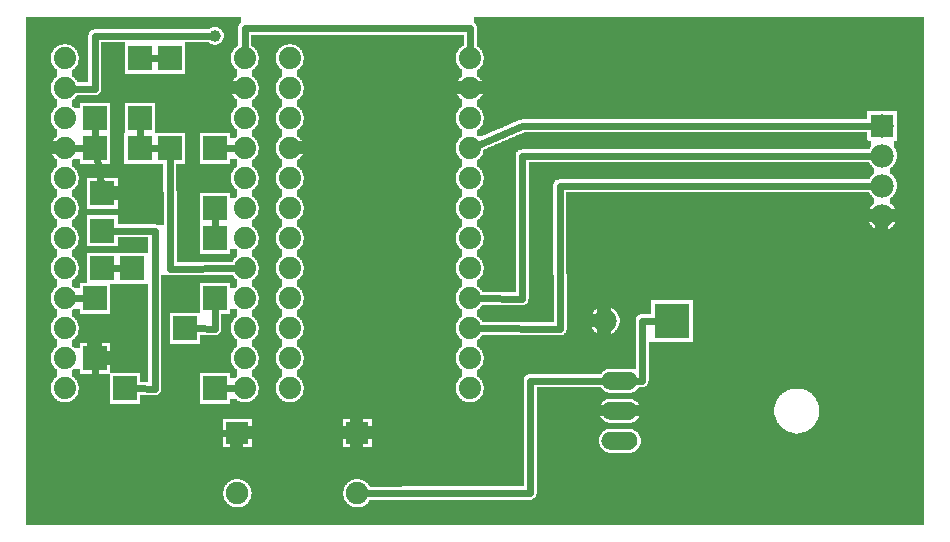
<source format=gtl>
G04 MADE WITH FRITZING*
G04 WWW.FRITZING.ORG*
G04 DOUBLE SIDED*
G04 HOLES PLATED*
G04 CONTOUR ON CENTER OF CONTOUR VECTOR*
%ASAXBY*%
%FSLAX23Y23*%
%MOIN*%
%OFA0B0*%
%SFA1.0B1.0*%
%ADD10C,0.075000*%
%ADD11C,0.074000*%
%ADD12C,0.078000*%
%ADD13C,0.060000*%
%ADD14C,0.039370*%
%ADD15R,0.078000X0.078000*%
%ADD16R,0.075000X0.075000*%
%ADD17R,0.118110X0.118110*%
%ADD18R,0.083333X0.083465*%
%ADD19R,0.083465X0.083465*%
%ADD20C,0.024000*%
%ADD21R,0.001000X0.001000*%
%LNCOPPER1*%
G90*
G70*
G54D10*
X1624Y1240D03*
X1614Y1657D03*
X378Y797D03*
G54D11*
X769Y1597D03*
X769Y1497D03*
X769Y1397D03*
X769Y1297D03*
X769Y1197D03*
X769Y1097D03*
X769Y997D03*
X769Y897D03*
X769Y797D03*
X769Y697D03*
X769Y597D03*
X769Y497D03*
X169Y497D03*
X169Y597D03*
X169Y697D03*
X169Y797D03*
X169Y897D03*
X169Y997D03*
X169Y1097D03*
X169Y1197D03*
X169Y1297D03*
X169Y1397D03*
X169Y1497D03*
X169Y1597D03*
X1519Y1597D03*
X1519Y1497D03*
X1519Y1397D03*
X1519Y1297D03*
X1519Y1197D03*
X1519Y1097D03*
X1519Y997D03*
X1519Y897D03*
X1519Y797D03*
X1519Y697D03*
X1519Y597D03*
X1519Y497D03*
X919Y497D03*
X919Y597D03*
X919Y697D03*
X919Y797D03*
X919Y897D03*
X919Y997D03*
X919Y1097D03*
X919Y1197D03*
X919Y1297D03*
X919Y1397D03*
X919Y1497D03*
X919Y1597D03*
G54D12*
X2894Y1372D03*
X2894Y1272D03*
X2894Y1172D03*
X2894Y1072D03*
G54D13*
X2019Y522D03*
X2019Y422D03*
X2019Y322D03*
X2019Y522D03*
X2019Y422D03*
X2019Y322D03*
G54D10*
X744Y347D03*
X744Y147D03*
X1144Y347D03*
X1144Y147D03*
G54D12*
X1969Y722D03*
G54D14*
X669Y1672D03*
G54D15*
X2894Y1372D03*
G54D16*
X744Y347D03*
X1144Y347D03*
G54D17*
X2194Y722D03*
G54D18*
X669Y797D03*
X269Y1397D03*
X394Y897D03*
X294Y897D03*
X294Y1147D03*
X294Y1022D03*
X419Y1397D03*
X519Y1297D03*
X669Y1297D03*
G54D19*
X419Y1297D03*
G54D18*
X269Y1297D03*
X669Y1097D03*
X669Y997D03*
X369Y497D03*
X669Y497D03*
X269Y597D03*
X519Y1597D03*
X419Y1597D03*
X569Y697D03*
X269Y797D03*
G54D20*
X233Y1297D02*
X200Y1297D01*
D02*
X738Y1297D02*
X705Y1297D01*
D02*
X483Y1297D02*
X463Y1297D01*
D02*
X483Y1597D02*
X455Y1597D01*
D02*
X419Y1361D02*
X419Y1341D01*
D02*
X520Y896D02*
X738Y897D01*
D02*
X519Y1261D02*
X520Y896D01*
D02*
X705Y497D02*
X738Y497D01*
D02*
X330Y897D02*
X358Y897D01*
D02*
X275Y1261D02*
X288Y1183D01*
D02*
X269Y347D02*
X269Y561D01*
D02*
X715Y347D02*
X269Y347D01*
D02*
X469Y496D02*
X469Y1021D01*
D02*
X469Y1021D02*
X330Y1022D01*
D02*
X405Y497D02*
X469Y496D01*
D02*
X269Y1333D02*
X269Y1361D01*
D02*
X1693Y796D02*
X1550Y797D01*
D02*
X1693Y1271D02*
X1693Y796D01*
D02*
X2864Y1272D02*
X1693Y1271D01*
D02*
X1818Y1171D02*
X2864Y1172D01*
D02*
X1820Y696D02*
X1818Y1171D01*
D02*
X1550Y697D02*
X1820Y696D01*
D02*
X2093Y522D02*
X2050Y522D01*
D02*
X2093Y722D02*
X2093Y522D01*
D02*
X2135Y722D02*
X2093Y722D01*
D02*
X1693Y1371D02*
X1547Y1309D01*
D02*
X2864Y1372D02*
X1693Y1371D01*
D02*
X768Y1698D02*
X768Y1628D01*
D02*
X1520Y1698D02*
X768Y1698D01*
D02*
X1519Y1628D02*
X1520Y1698D01*
D02*
X1720Y522D02*
X1719Y148D01*
D02*
X1719Y148D02*
X1172Y147D01*
D02*
X1988Y522D02*
X1720Y522D01*
D02*
X200Y797D02*
X233Y797D01*
D02*
X669Y696D02*
X605Y697D01*
D02*
X669Y761D02*
X669Y696D01*
D02*
X669Y1061D02*
X669Y1033D01*
D02*
X269Y1496D02*
X200Y1496D01*
D02*
X650Y1672D02*
X269Y1671D01*
D02*
X269Y1671D02*
X269Y1496D01*
G36*
X1698Y1350D02*
X1698Y1348D01*
X1692Y1348D01*
X1692Y1346D01*
X1688Y1346D01*
X1688Y1344D01*
X1684Y1344D01*
X1684Y1342D01*
X1678Y1342D01*
X1678Y1340D01*
X1674Y1340D01*
X1674Y1338D01*
X1670Y1338D01*
X1670Y1336D01*
X1664Y1336D01*
X1664Y1334D01*
X1660Y1334D01*
X1660Y1332D01*
X1656Y1332D01*
X1656Y1330D01*
X1650Y1330D01*
X1650Y1328D01*
X1646Y1328D01*
X1646Y1326D01*
X1640Y1326D01*
X1640Y1324D01*
X1636Y1324D01*
X1636Y1322D01*
X1632Y1322D01*
X1632Y1320D01*
X1626Y1320D01*
X1626Y1318D01*
X1622Y1318D01*
X1622Y1316D01*
X1618Y1316D01*
X1618Y1314D01*
X1612Y1314D01*
X1612Y1312D01*
X1608Y1312D01*
X1608Y1310D01*
X1604Y1310D01*
X1604Y1308D01*
X1598Y1308D01*
X1598Y1306D01*
X1594Y1306D01*
X1594Y1304D01*
X1590Y1304D01*
X1590Y1302D01*
X1584Y1302D01*
X1584Y1300D01*
X1580Y1300D01*
X1580Y1298D01*
X1576Y1298D01*
X1576Y1296D01*
X1570Y1296D01*
X1570Y1294D01*
X1566Y1294D01*
X1566Y1290D01*
X1564Y1290D01*
X1564Y1282D01*
X1562Y1282D01*
X1562Y1276D01*
X1560Y1276D01*
X1560Y1272D01*
X1558Y1272D01*
X1558Y1270D01*
X1556Y1270D01*
X1556Y1268D01*
X1554Y1268D01*
X1554Y1264D01*
X1552Y1264D01*
X1552Y1262D01*
X1548Y1262D01*
X1548Y1260D01*
X1546Y1260D01*
X1546Y1258D01*
X1544Y1258D01*
X1544Y1256D01*
X1542Y1256D01*
X1542Y1236D01*
X1546Y1236D01*
X1546Y1234D01*
X1548Y1234D01*
X1548Y1232D01*
X1550Y1232D01*
X1550Y1230D01*
X1552Y1230D01*
X1552Y1228D01*
X1554Y1228D01*
X1554Y1226D01*
X1556Y1226D01*
X1556Y1224D01*
X1558Y1224D01*
X1558Y1220D01*
X1560Y1220D01*
X1560Y1216D01*
X1562Y1216D01*
X1562Y1212D01*
X1564Y1212D01*
X1564Y1204D01*
X1566Y1204D01*
X1566Y1190D01*
X1564Y1190D01*
X1564Y1182D01*
X1562Y1182D01*
X1562Y1176D01*
X1560Y1176D01*
X1560Y1172D01*
X1558Y1172D01*
X1558Y1170D01*
X1556Y1170D01*
X1556Y1168D01*
X1554Y1168D01*
X1554Y1164D01*
X1552Y1164D01*
X1552Y1162D01*
X1548Y1162D01*
X1548Y1160D01*
X1546Y1160D01*
X1546Y1158D01*
X1544Y1158D01*
X1544Y1156D01*
X1542Y1156D01*
X1542Y1136D01*
X1546Y1136D01*
X1546Y1134D01*
X1548Y1134D01*
X1548Y1132D01*
X1550Y1132D01*
X1550Y1130D01*
X1552Y1130D01*
X1552Y1128D01*
X1554Y1128D01*
X1554Y1126D01*
X1556Y1126D01*
X1556Y1124D01*
X1558Y1124D01*
X1558Y1120D01*
X1560Y1120D01*
X1560Y1116D01*
X1562Y1116D01*
X1562Y1112D01*
X1564Y1112D01*
X1564Y1104D01*
X1566Y1104D01*
X1566Y1090D01*
X1564Y1090D01*
X1564Y1082D01*
X1562Y1082D01*
X1562Y1076D01*
X1560Y1076D01*
X1560Y1072D01*
X1558Y1072D01*
X1558Y1070D01*
X1556Y1070D01*
X1556Y1068D01*
X1554Y1068D01*
X1554Y1064D01*
X1552Y1064D01*
X1552Y1062D01*
X1548Y1062D01*
X1548Y1060D01*
X1546Y1060D01*
X1546Y1058D01*
X1544Y1058D01*
X1544Y1056D01*
X1542Y1056D01*
X1542Y1036D01*
X1546Y1036D01*
X1546Y1034D01*
X1548Y1034D01*
X1548Y1032D01*
X1550Y1032D01*
X1550Y1030D01*
X1552Y1030D01*
X1552Y1028D01*
X1554Y1028D01*
X1554Y1026D01*
X1556Y1026D01*
X1556Y1024D01*
X1558Y1024D01*
X1558Y1020D01*
X1560Y1020D01*
X1560Y1016D01*
X1562Y1016D01*
X1562Y1012D01*
X1564Y1012D01*
X1564Y1004D01*
X1566Y1004D01*
X1566Y990D01*
X1564Y990D01*
X1564Y982D01*
X1562Y982D01*
X1562Y976D01*
X1560Y976D01*
X1560Y972D01*
X1558Y972D01*
X1558Y970D01*
X1556Y970D01*
X1556Y968D01*
X1554Y968D01*
X1554Y964D01*
X1552Y964D01*
X1552Y962D01*
X1548Y962D01*
X1548Y960D01*
X1546Y960D01*
X1546Y958D01*
X1544Y958D01*
X1544Y956D01*
X1542Y956D01*
X1542Y936D01*
X1546Y936D01*
X1546Y934D01*
X1548Y934D01*
X1548Y932D01*
X1550Y932D01*
X1550Y930D01*
X1552Y930D01*
X1552Y928D01*
X1554Y928D01*
X1554Y926D01*
X1556Y926D01*
X1556Y924D01*
X1558Y924D01*
X1558Y920D01*
X1560Y920D01*
X1560Y916D01*
X1562Y916D01*
X1562Y912D01*
X1564Y912D01*
X1564Y904D01*
X1566Y904D01*
X1566Y890D01*
X1564Y890D01*
X1564Y882D01*
X1562Y882D01*
X1562Y876D01*
X1560Y876D01*
X1560Y872D01*
X1558Y872D01*
X1558Y870D01*
X1556Y870D01*
X1556Y868D01*
X1554Y868D01*
X1554Y864D01*
X1552Y864D01*
X1552Y862D01*
X1548Y862D01*
X1548Y860D01*
X1546Y860D01*
X1546Y858D01*
X1544Y858D01*
X1544Y856D01*
X1542Y856D01*
X1542Y836D01*
X1546Y836D01*
X1546Y834D01*
X1548Y834D01*
X1548Y832D01*
X1550Y832D01*
X1550Y830D01*
X1552Y830D01*
X1552Y828D01*
X1554Y828D01*
X1554Y826D01*
X1556Y826D01*
X1556Y824D01*
X1558Y824D01*
X1558Y820D01*
X1560Y820D01*
X1560Y818D01*
X1672Y818D01*
X1672Y1280D01*
X1674Y1280D01*
X1674Y1284D01*
X1676Y1284D01*
X1676Y1286D01*
X1678Y1286D01*
X1678Y1288D01*
X1680Y1288D01*
X1680Y1290D01*
X1684Y1290D01*
X1684Y1292D01*
X1692Y1292D01*
X1692Y1294D01*
X2850Y1294D01*
X2850Y1296D01*
X2852Y1296D01*
X2852Y1298D01*
X2854Y1298D01*
X2854Y1302D01*
X2856Y1302D01*
X2856Y1322D01*
X2846Y1322D01*
X2846Y1324D01*
X2844Y1324D01*
X2844Y1350D01*
X1698Y1350D01*
G37*
D02*
G36*
X40Y1736D02*
X40Y1702D01*
X672Y1702D01*
X672Y1700D01*
X680Y1700D01*
X680Y1698D01*
X684Y1698D01*
X684Y1696D01*
X686Y1696D01*
X686Y1694D01*
X690Y1694D01*
X690Y1692D01*
X692Y1692D01*
X692Y1688D01*
X694Y1688D01*
X694Y1686D01*
X696Y1686D01*
X696Y1680D01*
X698Y1680D01*
X698Y1664D01*
X696Y1664D01*
X696Y1658D01*
X694Y1658D01*
X694Y1654D01*
X692Y1654D01*
X692Y1652D01*
X690Y1652D01*
X690Y1650D01*
X688Y1650D01*
X688Y1648D01*
X684Y1648D01*
X684Y1646D01*
X682Y1646D01*
X682Y1644D01*
X676Y1644D01*
X676Y1642D01*
X746Y1642D01*
X746Y1706D01*
X748Y1706D01*
X748Y1710D01*
X750Y1710D01*
X750Y1712D01*
X752Y1712D01*
X752Y1714D01*
X754Y1714D01*
X754Y1716D01*
X756Y1716D01*
X756Y1736D01*
X40Y1736D01*
G37*
D02*
G36*
X1532Y1736D02*
X1532Y1716D01*
X1534Y1716D01*
X1534Y1714D01*
X1536Y1714D01*
X1536Y1712D01*
X1538Y1712D01*
X1538Y1710D01*
X1540Y1710D01*
X1540Y1704D01*
X1542Y1704D01*
X1542Y1636D01*
X1546Y1636D01*
X1546Y1634D01*
X1548Y1634D01*
X1548Y1632D01*
X1550Y1632D01*
X1550Y1630D01*
X1552Y1630D01*
X1552Y1628D01*
X1554Y1628D01*
X1554Y1626D01*
X1556Y1626D01*
X1556Y1624D01*
X1558Y1624D01*
X1558Y1620D01*
X1560Y1620D01*
X1560Y1616D01*
X1562Y1616D01*
X1562Y1612D01*
X1564Y1612D01*
X1564Y1604D01*
X1566Y1604D01*
X1566Y1590D01*
X1564Y1590D01*
X1564Y1582D01*
X1562Y1582D01*
X1562Y1576D01*
X1560Y1576D01*
X1560Y1572D01*
X1558Y1572D01*
X1558Y1570D01*
X1556Y1570D01*
X1556Y1568D01*
X1554Y1568D01*
X1554Y1564D01*
X1552Y1564D01*
X1552Y1562D01*
X1548Y1562D01*
X1548Y1560D01*
X1546Y1560D01*
X1546Y1558D01*
X1544Y1558D01*
X1544Y1556D01*
X1542Y1556D01*
X1542Y1536D01*
X1546Y1536D01*
X1546Y1534D01*
X1548Y1534D01*
X1548Y1532D01*
X1550Y1532D01*
X1550Y1530D01*
X1552Y1530D01*
X1552Y1528D01*
X1554Y1528D01*
X1554Y1526D01*
X1556Y1526D01*
X1556Y1524D01*
X1558Y1524D01*
X1558Y1520D01*
X1560Y1520D01*
X1560Y1516D01*
X1562Y1516D01*
X1562Y1512D01*
X1564Y1512D01*
X1564Y1504D01*
X1566Y1504D01*
X1566Y1490D01*
X1564Y1490D01*
X1564Y1482D01*
X1562Y1482D01*
X1562Y1476D01*
X1560Y1476D01*
X1560Y1472D01*
X1558Y1472D01*
X1558Y1470D01*
X1556Y1470D01*
X1556Y1468D01*
X1554Y1468D01*
X1554Y1464D01*
X1552Y1464D01*
X1552Y1462D01*
X1548Y1462D01*
X1548Y1460D01*
X1546Y1460D01*
X1546Y1458D01*
X1544Y1458D01*
X1544Y1456D01*
X1542Y1456D01*
X1542Y1436D01*
X1546Y1436D01*
X1546Y1434D01*
X1548Y1434D01*
X1548Y1432D01*
X1550Y1432D01*
X1550Y1430D01*
X1552Y1430D01*
X1552Y1428D01*
X1554Y1428D01*
X1554Y1426D01*
X1556Y1426D01*
X1556Y1424D01*
X1558Y1424D01*
X1558Y1420D01*
X2942Y1420D01*
X2942Y1322D01*
X2932Y1322D01*
X2932Y1300D01*
X2934Y1300D01*
X2934Y1298D01*
X2936Y1298D01*
X2936Y1294D01*
X2938Y1294D01*
X2938Y1290D01*
X2940Y1290D01*
X2940Y1284D01*
X2942Y1284D01*
X2942Y1260D01*
X2940Y1260D01*
X2940Y1254D01*
X2938Y1254D01*
X2938Y1250D01*
X2936Y1250D01*
X2936Y1246D01*
X2934Y1246D01*
X2934Y1242D01*
X2932Y1242D01*
X2932Y1240D01*
X2930Y1240D01*
X2930Y1238D01*
X2928Y1238D01*
X2928Y1236D01*
X2926Y1236D01*
X2926Y1234D01*
X2924Y1234D01*
X2924Y1232D01*
X2920Y1232D01*
X2920Y1212D01*
X2922Y1212D01*
X2922Y1210D01*
X2926Y1210D01*
X2926Y1208D01*
X2928Y1208D01*
X2928Y1206D01*
X2930Y1206D01*
X2930Y1204D01*
X2932Y1204D01*
X2932Y1200D01*
X2934Y1200D01*
X2934Y1198D01*
X2936Y1198D01*
X2936Y1194D01*
X2938Y1194D01*
X2938Y1190D01*
X2940Y1190D01*
X2940Y1184D01*
X2942Y1184D01*
X2942Y1160D01*
X2940Y1160D01*
X2940Y1154D01*
X2938Y1154D01*
X2938Y1150D01*
X2936Y1150D01*
X2936Y1146D01*
X2934Y1146D01*
X2934Y1142D01*
X2932Y1142D01*
X2932Y1140D01*
X2930Y1140D01*
X2930Y1138D01*
X2928Y1138D01*
X2928Y1136D01*
X2926Y1136D01*
X2926Y1134D01*
X2924Y1134D01*
X2924Y1132D01*
X2920Y1132D01*
X2920Y1112D01*
X2922Y1112D01*
X2922Y1110D01*
X2926Y1110D01*
X2926Y1108D01*
X2928Y1108D01*
X2928Y1106D01*
X2930Y1106D01*
X2930Y1104D01*
X2932Y1104D01*
X2932Y1100D01*
X2934Y1100D01*
X2934Y1098D01*
X2936Y1098D01*
X2936Y1094D01*
X2938Y1094D01*
X2938Y1090D01*
X2940Y1090D01*
X2940Y1084D01*
X2942Y1084D01*
X2942Y1060D01*
X2940Y1060D01*
X2940Y1054D01*
X2938Y1054D01*
X2938Y1050D01*
X2936Y1050D01*
X2936Y1046D01*
X2934Y1046D01*
X2934Y1042D01*
X2932Y1042D01*
X2932Y1040D01*
X2930Y1040D01*
X2930Y1038D01*
X2928Y1038D01*
X2928Y1036D01*
X2926Y1036D01*
X2926Y1034D01*
X2924Y1034D01*
X2924Y1032D01*
X2920Y1032D01*
X2920Y1030D01*
X2918Y1030D01*
X2918Y1028D01*
X2914Y1028D01*
X2914Y1026D01*
X2908Y1026D01*
X2908Y1024D01*
X2898Y1024D01*
X2898Y1022D01*
X3032Y1022D01*
X3032Y1736D01*
X1532Y1736D01*
G37*
D02*
G36*
X40Y1702D02*
X40Y1644D01*
X176Y1644D01*
X176Y1642D01*
X184Y1642D01*
X184Y1640D01*
X188Y1640D01*
X188Y1638D01*
X192Y1638D01*
X192Y1636D01*
X196Y1636D01*
X196Y1634D01*
X198Y1634D01*
X198Y1632D01*
X200Y1632D01*
X200Y1630D01*
X202Y1630D01*
X202Y1628D01*
X204Y1628D01*
X204Y1626D01*
X206Y1626D01*
X206Y1624D01*
X208Y1624D01*
X208Y1620D01*
X210Y1620D01*
X210Y1616D01*
X212Y1616D01*
X212Y1612D01*
X214Y1612D01*
X214Y1604D01*
X216Y1604D01*
X216Y1590D01*
X214Y1590D01*
X214Y1582D01*
X212Y1582D01*
X212Y1576D01*
X210Y1576D01*
X210Y1572D01*
X208Y1572D01*
X208Y1570D01*
X206Y1570D01*
X206Y1568D01*
X204Y1568D01*
X204Y1564D01*
X202Y1564D01*
X202Y1562D01*
X198Y1562D01*
X198Y1560D01*
X196Y1560D01*
X196Y1558D01*
X194Y1558D01*
X194Y1556D01*
X192Y1556D01*
X192Y1536D01*
X196Y1536D01*
X196Y1534D01*
X198Y1534D01*
X198Y1532D01*
X200Y1532D01*
X200Y1530D01*
X202Y1530D01*
X202Y1528D01*
X204Y1528D01*
X204Y1526D01*
X206Y1526D01*
X206Y1524D01*
X208Y1524D01*
X208Y1520D01*
X210Y1520D01*
X210Y1518D01*
X246Y1518D01*
X246Y1674D01*
X248Y1674D01*
X248Y1680D01*
X250Y1680D01*
X250Y1684D01*
X252Y1684D01*
X252Y1686D01*
X254Y1686D01*
X254Y1688D01*
X256Y1688D01*
X256Y1690D01*
X260Y1690D01*
X260Y1692D01*
X266Y1692D01*
X266Y1694D01*
X650Y1694D01*
X650Y1696D01*
X654Y1696D01*
X654Y1698D01*
X658Y1698D01*
X658Y1700D01*
X664Y1700D01*
X664Y1702D01*
X40Y1702D01*
G37*
D02*
G36*
X790Y1676D02*
X790Y1644D01*
X926Y1644D01*
X926Y1642D01*
X934Y1642D01*
X934Y1640D01*
X938Y1640D01*
X938Y1638D01*
X942Y1638D01*
X942Y1636D01*
X946Y1636D01*
X946Y1634D01*
X948Y1634D01*
X948Y1632D01*
X950Y1632D01*
X950Y1630D01*
X952Y1630D01*
X952Y1628D01*
X954Y1628D01*
X954Y1626D01*
X956Y1626D01*
X956Y1624D01*
X958Y1624D01*
X958Y1620D01*
X960Y1620D01*
X960Y1616D01*
X962Y1616D01*
X962Y1612D01*
X964Y1612D01*
X964Y1604D01*
X966Y1604D01*
X966Y1590D01*
X964Y1590D01*
X964Y1582D01*
X962Y1582D01*
X962Y1576D01*
X960Y1576D01*
X960Y1572D01*
X958Y1572D01*
X958Y1570D01*
X956Y1570D01*
X956Y1568D01*
X954Y1568D01*
X954Y1564D01*
X952Y1564D01*
X952Y1562D01*
X948Y1562D01*
X948Y1560D01*
X946Y1560D01*
X946Y1558D01*
X944Y1558D01*
X944Y1556D01*
X942Y1556D01*
X942Y1536D01*
X946Y1536D01*
X946Y1534D01*
X948Y1534D01*
X948Y1532D01*
X950Y1532D01*
X950Y1530D01*
X952Y1530D01*
X952Y1528D01*
X954Y1528D01*
X954Y1526D01*
X956Y1526D01*
X956Y1524D01*
X958Y1524D01*
X958Y1520D01*
X960Y1520D01*
X960Y1516D01*
X962Y1516D01*
X962Y1512D01*
X964Y1512D01*
X964Y1504D01*
X966Y1504D01*
X966Y1490D01*
X964Y1490D01*
X964Y1482D01*
X962Y1482D01*
X962Y1476D01*
X960Y1476D01*
X960Y1472D01*
X958Y1472D01*
X958Y1470D01*
X956Y1470D01*
X956Y1468D01*
X954Y1468D01*
X954Y1464D01*
X952Y1464D01*
X952Y1462D01*
X948Y1462D01*
X948Y1460D01*
X946Y1460D01*
X946Y1458D01*
X944Y1458D01*
X944Y1456D01*
X942Y1456D01*
X942Y1436D01*
X946Y1436D01*
X946Y1434D01*
X948Y1434D01*
X948Y1432D01*
X950Y1432D01*
X950Y1430D01*
X952Y1430D01*
X952Y1428D01*
X954Y1428D01*
X954Y1426D01*
X956Y1426D01*
X956Y1424D01*
X958Y1424D01*
X958Y1420D01*
X960Y1420D01*
X960Y1416D01*
X962Y1416D01*
X962Y1412D01*
X964Y1412D01*
X964Y1404D01*
X966Y1404D01*
X966Y1390D01*
X964Y1390D01*
X964Y1382D01*
X962Y1382D01*
X962Y1376D01*
X960Y1376D01*
X960Y1372D01*
X958Y1372D01*
X958Y1370D01*
X956Y1370D01*
X956Y1368D01*
X954Y1368D01*
X954Y1364D01*
X952Y1364D01*
X952Y1362D01*
X948Y1362D01*
X948Y1360D01*
X946Y1360D01*
X946Y1358D01*
X944Y1358D01*
X944Y1356D01*
X942Y1356D01*
X942Y1336D01*
X946Y1336D01*
X946Y1334D01*
X948Y1334D01*
X948Y1332D01*
X950Y1332D01*
X950Y1330D01*
X952Y1330D01*
X952Y1328D01*
X954Y1328D01*
X954Y1326D01*
X956Y1326D01*
X956Y1324D01*
X958Y1324D01*
X958Y1320D01*
X960Y1320D01*
X960Y1316D01*
X962Y1316D01*
X962Y1312D01*
X964Y1312D01*
X964Y1304D01*
X966Y1304D01*
X966Y1290D01*
X964Y1290D01*
X964Y1282D01*
X962Y1282D01*
X962Y1276D01*
X960Y1276D01*
X960Y1272D01*
X958Y1272D01*
X958Y1270D01*
X956Y1270D01*
X956Y1268D01*
X954Y1268D01*
X954Y1264D01*
X952Y1264D01*
X952Y1262D01*
X948Y1262D01*
X948Y1260D01*
X946Y1260D01*
X946Y1258D01*
X944Y1258D01*
X944Y1256D01*
X942Y1256D01*
X942Y1236D01*
X946Y1236D01*
X946Y1234D01*
X948Y1234D01*
X948Y1232D01*
X950Y1232D01*
X950Y1230D01*
X952Y1230D01*
X952Y1228D01*
X954Y1228D01*
X954Y1226D01*
X956Y1226D01*
X956Y1224D01*
X958Y1224D01*
X958Y1220D01*
X960Y1220D01*
X960Y1216D01*
X962Y1216D01*
X962Y1212D01*
X964Y1212D01*
X964Y1204D01*
X966Y1204D01*
X966Y1190D01*
X964Y1190D01*
X964Y1182D01*
X962Y1182D01*
X962Y1176D01*
X960Y1176D01*
X960Y1172D01*
X958Y1172D01*
X958Y1170D01*
X956Y1170D01*
X956Y1168D01*
X954Y1168D01*
X954Y1164D01*
X952Y1164D01*
X952Y1162D01*
X948Y1162D01*
X948Y1160D01*
X946Y1160D01*
X946Y1158D01*
X944Y1158D01*
X944Y1156D01*
X942Y1156D01*
X942Y1136D01*
X946Y1136D01*
X946Y1134D01*
X948Y1134D01*
X948Y1132D01*
X950Y1132D01*
X950Y1130D01*
X952Y1130D01*
X952Y1128D01*
X954Y1128D01*
X954Y1126D01*
X956Y1126D01*
X956Y1124D01*
X958Y1124D01*
X958Y1120D01*
X960Y1120D01*
X960Y1116D01*
X962Y1116D01*
X962Y1112D01*
X964Y1112D01*
X964Y1104D01*
X966Y1104D01*
X966Y1090D01*
X964Y1090D01*
X964Y1082D01*
X962Y1082D01*
X962Y1076D01*
X960Y1076D01*
X960Y1072D01*
X958Y1072D01*
X958Y1070D01*
X956Y1070D01*
X956Y1068D01*
X954Y1068D01*
X954Y1064D01*
X952Y1064D01*
X952Y1062D01*
X948Y1062D01*
X948Y1060D01*
X946Y1060D01*
X946Y1058D01*
X944Y1058D01*
X944Y1056D01*
X942Y1056D01*
X942Y1036D01*
X946Y1036D01*
X946Y1034D01*
X948Y1034D01*
X948Y1032D01*
X950Y1032D01*
X950Y1030D01*
X952Y1030D01*
X952Y1028D01*
X954Y1028D01*
X954Y1026D01*
X956Y1026D01*
X956Y1024D01*
X958Y1024D01*
X958Y1020D01*
X960Y1020D01*
X960Y1016D01*
X962Y1016D01*
X962Y1012D01*
X964Y1012D01*
X964Y1004D01*
X966Y1004D01*
X966Y990D01*
X964Y990D01*
X964Y982D01*
X962Y982D01*
X962Y976D01*
X960Y976D01*
X960Y972D01*
X958Y972D01*
X958Y970D01*
X956Y970D01*
X956Y968D01*
X954Y968D01*
X954Y964D01*
X952Y964D01*
X952Y962D01*
X948Y962D01*
X948Y960D01*
X946Y960D01*
X946Y958D01*
X944Y958D01*
X944Y956D01*
X942Y956D01*
X942Y936D01*
X946Y936D01*
X946Y934D01*
X948Y934D01*
X948Y932D01*
X950Y932D01*
X950Y930D01*
X952Y930D01*
X952Y928D01*
X954Y928D01*
X954Y926D01*
X956Y926D01*
X956Y924D01*
X958Y924D01*
X958Y920D01*
X960Y920D01*
X960Y916D01*
X962Y916D01*
X962Y912D01*
X964Y912D01*
X964Y904D01*
X966Y904D01*
X966Y890D01*
X964Y890D01*
X964Y882D01*
X962Y882D01*
X962Y876D01*
X960Y876D01*
X960Y872D01*
X958Y872D01*
X958Y870D01*
X956Y870D01*
X956Y868D01*
X954Y868D01*
X954Y864D01*
X952Y864D01*
X952Y862D01*
X948Y862D01*
X948Y860D01*
X946Y860D01*
X946Y858D01*
X944Y858D01*
X944Y856D01*
X942Y856D01*
X942Y836D01*
X946Y836D01*
X946Y834D01*
X948Y834D01*
X948Y832D01*
X950Y832D01*
X950Y830D01*
X952Y830D01*
X952Y828D01*
X954Y828D01*
X954Y826D01*
X956Y826D01*
X956Y824D01*
X958Y824D01*
X958Y820D01*
X960Y820D01*
X960Y816D01*
X962Y816D01*
X962Y812D01*
X964Y812D01*
X964Y804D01*
X966Y804D01*
X966Y790D01*
X964Y790D01*
X964Y782D01*
X962Y782D01*
X962Y776D01*
X960Y776D01*
X960Y772D01*
X958Y772D01*
X958Y770D01*
X956Y770D01*
X956Y768D01*
X954Y768D01*
X954Y764D01*
X952Y764D01*
X952Y762D01*
X948Y762D01*
X948Y760D01*
X946Y760D01*
X946Y758D01*
X944Y758D01*
X944Y756D01*
X942Y756D01*
X942Y736D01*
X946Y736D01*
X946Y734D01*
X948Y734D01*
X948Y732D01*
X950Y732D01*
X950Y730D01*
X952Y730D01*
X952Y728D01*
X954Y728D01*
X954Y726D01*
X956Y726D01*
X956Y724D01*
X958Y724D01*
X958Y720D01*
X960Y720D01*
X960Y716D01*
X962Y716D01*
X962Y712D01*
X964Y712D01*
X964Y704D01*
X966Y704D01*
X966Y690D01*
X964Y690D01*
X964Y682D01*
X962Y682D01*
X962Y676D01*
X960Y676D01*
X960Y672D01*
X958Y672D01*
X958Y670D01*
X956Y670D01*
X956Y668D01*
X954Y668D01*
X954Y664D01*
X952Y664D01*
X952Y662D01*
X948Y662D01*
X948Y660D01*
X946Y660D01*
X946Y658D01*
X944Y658D01*
X944Y656D01*
X942Y656D01*
X942Y636D01*
X946Y636D01*
X946Y634D01*
X948Y634D01*
X948Y632D01*
X950Y632D01*
X950Y630D01*
X952Y630D01*
X952Y628D01*
X954Y628D01*
X954Y626D01*
X956Y626D01*
X956Y624D01*
X958Y624D01*
X958Y620D01*
X960Y620D01*
X960Y616D01*
X962Y616D01*
X962Y612D01*
X964Y612D01*
X964Y604D01*
X966Y604D01*
X966Y590D01*
X964Y590D01*
X964Y582D01*
X962Y582D01*
X962Y576D01*
X960Y576D01*
X960Y572D01*
X958Y572D01*
X958Y570D01*
X956Y570D01*
X956Y568D01*
X954Y568D01*
X954Y564D01*
X952Y564D01*
X952Y562D01*
X948Y562D01*
X948Y560D01*
X946Y560D01*
X946Y558D01*
X944Y558D01*
X944Y556D01*
X942Y556D01*
X942Y536D01*
X946Y536D01*
X946Y534D01*
X948Y534D01*
X948Y532D01*
X950Y532D01*
X950Y530D01*
X952Y530D01*
X952Y528D01*
X954Y528D01*
X954Y526D01*
X956Y526D01*
X956Y524D01*
X958Y524D01*
X958Y520D01*
X960Y520D01*
X960Y516D01*
X962Y516D01*
X962Y512D01*
X964Y512D01*
X964Y504D01*
X966Y504D01*
X966Y490D01*
X964Y490D01*
X964Y482D01*
X962Y482D01*
X962Y476D01*
X960Y476D01*
X960Y472D01*
X958Y472D01*
X958Y470D01*
X956Y470D01*
X956Y468D01*
X954Y468D01*
X954Y464D01*
X952Y464D01*
X952Y462D01*
X948Y462D01*
X948Y460D01*
X946Y460D01*
X946Y458D01*
X944Y458D01*
X944Y456D01*
X940Y456D01*
X940Y454D01*
X936Y454D01*
X936Y452D01*
X928Y452D01*
X928Y450D01*
X1508Y450D01*
X1508Y452D01*
X1502Y452D01*
X1502Y454D01*
X1498Y454D01*
X1498Y456D01*
X1494Y456D01*
X1494Y458D01*
X1492Y458D01*
X1492Y460D01*
X1488Y460D01*
X1488Y462D01*
X1486Y462D01*
X1486Y464D01*
X1484Y464D01*
X1484Y466D01*
X1482Y466D01*
X1482Y470D01*
X1480Y470D01*
X1480Y472D01*
X1478Y472D01*
X1478Y476D01*
X1476Y476D01*
X1476Y480D01*
X1474Y480D01*
X1474Y486D01*
X1472Y486D01*
X1472Y506D01*
X1474Y506D01*
X1474Y514D01*
X1476Y514D01*
X1476Y518D01*
X1478Y518D01*
X1478Y522D01*
X1480Y522D01*
X1480Y524D01*
X1482Y524D01*
X1482Y526D01*
X1484Y526D01*
X1484Y530D01*
X1486Y530D01*
X1486Y532D01*
X1490Y532D01*
X1490Y534D01*
X1492Y534D01*
X1492Y536D01*
X1494Y536D01*
X1494Y558D01*
X1492Y558D01*
X1492Y560D01*
X1488Y560D01*
X1488Y562D01*
X1486Y562D01*
X1486Y564D01*
X1484Y564D01*
X1484Y566D01*
X1482Y566D01*
X1482Y570D01*
X1480Y570D01*
X1480Y572D01*
X1478Y572D01*
X1478Y576D01*
X1476Y576D01*
X1476Y580D01*
X1474Y580D01*
X1474Y586D01*
X1472Y586D01*
X1472Y606D01*
X1474Y606D01*
X1474Y614D01*
X1476Y614D01*
X1476Y618D01*
X1478Y618D01*
X1478Y622D01*
X1480Y622D01*
X1480Y624D01*
X1482Y624D01*
X1482Y626D01*
X1484Y626D01*
X1484Y630D01*
X1486Y630D01*
X1486Y632D01*
X1490Y632D01*
X1490Y634D01*
X1492Y634D01*
X1492Y636D01*
X1494Y636D01*
X1494Y658D01*
X1492Y658D01*
X1492Y660D01*
X1488Y660D01*
X1488Y662D01*
X1486Y662D01*
X1486Y664D01*
X1484Y664D01*
X1484Y666D01*
X1482Y666D01*
X1482Y670D01*
X1480Y670D01*
X1480Y672D01*
X1478Y672D01*
X1478Y676D01*
X1476Y676D01*
X1476Y680D01*
X1474Y680D01*
X1474Y686D01*
X1472Y686D01*
X1472Y706D01*
X1474Y706D01*
X1474Y714D01*
X1476Y714D01*
X1476Y718D01*
X1478Y718D01*
X1478Y722D01*
X1480Y722D01*
X1480Y724D01*
X1482Y724D01*
X1482Y726D01*
X1484Y726D01*
X1484Y730D01*
X1486Y730D01*
X1486Y732D01*
X1490Y732D01*
X1490Y734D01*
X1492Y734D01*
X1492Y736D01*
X1494Y736D01*
X1494Y758D01*
X1492Y758D01*
X1492Y760D01*
X1488Y760D01*
X1488Y762D01*
X1486Y762D01*
X1486Y764D01*
X1484Y764D01*
X1484Y766D01*
X1482Y766D01*
X1482Y770D01*
X1480Y770D01*
X1480Y772D01*
X1478Y772D01*
X1478Y776D01*
X1476Y776D01*
X1476Y780D01*
X1474Y780D01*
X1474Y786D01*
X1472Y786D01*
X1472Y806D01*
X1474Y806D01*
X1474Y814D01*
X1476Y814D01*
X1476Y818D01*
X1478Y818D01*
X1478Y822D01*
X1480Y822D01*
X1480Y824D01*
X1482Y824D01*
X1482Y826D01*
X1484Y826D01*
X1484Y830D01*
X1486Y830D01*
X1486Y832D01*
X1490Y832D01*
X1490Y834D01*
X1492Y834D01*
X1492Y836D01*
X1494Y836D01*
X1494Y858D01*
X1492Y858D01*
X1492Y860D01*
X1488Y860D01*
X1488Y862D01*
X1486Y862D01*
X1486Y864D01*
X1484Y864D01*
X1484Y866D01*
X1482Y866D01*
X1482Y870D01*
X1480Y870D01*
X1480Y872D01*
X1478Y872D01*
X1478Y876D01*
X1476Y876D01*
X1476Y880D01*
X1474Y880D01*
X1474Y886D01*
X1472Y886D01*
X1472Y906D01*
X1474Y906D01*
X1474Y914D01*
X1476Y914D01*
X1476Y918D01*
X1478Y918D01*
X1478Y922D01*
X1480Y922D01*
X1480Y924D01*
X1482Y924D01*
X1482Y926D01*
X1484Y926D01*
X1484Y930D01*
X1486Y930D01*
X1486Y932D01*
X1490Y932D01*
X1490Y934D01*
X1492Y934D01*
X1492Y936D01*
X1494Y936D01*
X1494Y958D01*
X1492Y958D01*
X1492Y960D01*
X1488Y960D01*
X1488Y962D01*
X1486Y962D01*
X1486Y964D01*
X1484Y964D01*
X1484Y966D01*
X1482Y966D01*
X1482Y970D01*
X1480Y970D01*
X1480Y972D01*
X1478Y972D01*
X1478Y976D01*
X1476Y976D01*
X1476Y980D01*
X1474Y980D01*
X1474Y986D01*
X1472Y986D01*
X1472Y1006D01*
X1474Y1006D01*
X1474Y1014D01*
X1476Y1014D01*
X1476Y1018D01*
X1478Y1018D01*
X1478Y1022D01*
X1480Y1022D01*
X1480Y1024D01*
X1482Y1024D01*
X1482Y1026D01*
X1484Y1026D01*
X1484Y1030D01*
X1486Y1030D01*
X1486Y1032D01*
X1490Y1032D01*
X1490Y1034D01*
X1492Y1034D01*
X1492Y1036D01*
X1494Y1036D01*
X1494Y1058D01*
X1492Y1058D01*
X1492Y1060D01*
X1488Y1060D01*
X1488Y1062D01*
X1486Y1062D01*
X1486Y1064D01*
X1484Y1064D01*
X1484Y1066D01*
X1482Y1066D01*
X1482Y1070D01*
X1480Y1070D01*
X1480Y1072D01*
X1478Y1072D01*
X1478Y1076D01*
X1476Y1076D01*
X1476Y1080D01*
X1474Y1080D01*
X1474Y1086D01*
X1472Y1086D01*
X1472Y1106D01*
X1474Y1106D01*
X1474Y1114D01*
X1476Y1114D01*
X1476Y1118D01*
X1478Y1118D01*
X1478Y1122D01*
X1480Y1122D01*
X1480Y1124D01*
X1482Y1124D01*
X1482Y1126D01*
X1484Y1126D01*
X1484Y1130D01*
X1486Y1130D01*
X1486Y1132D01*
X1490Y1132D01*
X1490Y1134D01*
X1492Y1134D01*
X1492Y1136D01*
X1494Y1136D01*
X1494Y1158D01*
X1492Y1158D01*
X1492Y1160D01*
X1488Y1160D01*
X1488Y1162D01*
X1486Y1162D01*
X1486Y1164D01*
X1484Y1164D01*
X1484Y1166D01*
X1482Y1166D01*
X1482Y1170D01*
X1480Y1170D01*
X1480Y1172D01*
X1478Y1172D01*
X1478Y1176D01*
X1476Y1176D01*
X1476Y1180D01*
X1474Y1180D01*
X1474Y1186D01*
X1472Y1186D01*
X1472Y1206D01*
X1474Y1206D01*
X1474Y1214D01*
X1476Y1214D01*
X1476Y1218D01*
X1478Y1218D01*
X1478Y1222D01*
X1480Y1222D01*
X1480Y1224D01*
X1482Y1224D01*
X1482Y1226D01*
X1484Y1226D01*
X1484Y1230D01*
X1486Y1230D01*
X1486Y1232D01*
X1490Y1232D01*
X1490Y1234D01*
X1492Y1234D01*
X1492Y1236D01*
X1494Y1236D01*
X1494Y1258D01*
X1492Y1258D01*
X1492Y1260D01*
X1488Y1260D01*
X1488Y1262D01*
X1486Y1262D01*
X1486Y1264D01*
X1484Y1264D01*
X1484Y1266D01*
X1482Y1266D01*
X1482Y1270D01*
X1480Y1270D01*
X1480Y1272D01*
X1478Y1272D01*
X1478Y1276D01*
X1476Y1276D01*
X1476Y1280D01*
X1474Y1280D01*
X1474Y1286D01*
X1472Y1286D01*
X1472Y1306D01*
X1474Y1306D01*
X1474Y1314D01*
X1476Y1314D01*
X1476Y1318D01*
X1478Y1318D01*
X1478Y1322D01*
X1480Y1322D01*
X1480Y1324D01*
X1482Y1324D01*
X1482Y1326D01*
X1484Y1326D01*
X1484Y1330D01*
X1486Y1330D01*
X1486Y1332D01*
X1490Y1332D01*
X1490Y1334D01*
X1492Y1334D01*
X1492Y1336D01*
X1494Y1336D01*
X1494Y1358D01*
X1492Y1358D01*
X1492Y1360D01*
X1488Y1360D01*
X1488Y1362D01*
X1486Y1362D01*
X1486Y1364D01*
X1484Y1364D01*
X1484Y1366D01*
X1482Y1366D01*
X1482Y1370D01*
X1480Y1370D01*
X1480Y1372D01*
X1478Y1372D01*
X1478Y1376D01*
X1476Y1376D01*
X1476Y1380D01*
X1474Y1380D01*
X1474Y1386D01*
X1472Y1386D01*
X1472Y1406D01*
X1474Y1406D01*
X1474Y1414D01*
X1476Y1414D01*
X1476Y1418D01*
X1478Y1418D01*
X1478Y1422D01*
X1480Y1422D01*
X1480Y1424D01*
X1482Y1424D01*
X1482Y1426D01*
X1484Y1426D01*
X1484Y1430D01*
X1486Y1430D01*
X1486Y1432D01*
X1490Y1432D01*
X1490Y1434D01*
X1492Y1434D01*
X1492Y1436D01*
X1494Y1436D01*
X1494Y1458D01*
X1492Y1458D01*
X1492Y1460D01*
X1488Y1460D01*
X1488Y1462D01*
X1486Y1462D01*
X1486Y1464D01*
X1484Y1464D01*
X1484Y1466D01*
X1482Y1466D01*
X1482Y1470D01*
X1480Y1470D01*
X1480Y1472D01*
X1478Y1472D01*
X1478Y1476D01*
X1476Y1476D01*
X1476Y1480D01*
X1474Y1480D01*
X1474Y1486D01*
X1472Y1486D01*
X1472Y1506D01*
X1474Y1506D01*
X1474Y1514D01*
X1476Y1514D01*
X1476Y1518D01*
X1478Y1518D01*
X1478Y1522D01*
X1480Y1522D01*
X1480Y1524D01*
X1482Y1524D01*
X1482Y1526D01*
X1484Y1526D01*
X1484Y1530D01*
X1486Y1530D01*
X1486Y1532D01*
X1490Y1532D01*
X1490Y1534D01*
X1492Y1534D01*
X1492Y1536D01*
X1494Y1536D01*
X1494Y1558D01*
X1492Y1558D01*
X1492Y1560D01*
X1488Y1560D01*
X1488Y1562D01*
X1486Y1562D01*
X1486Y1564D01*
X1484Y1564D01*
X1484Y1566D01*
X1482Y1566D01*
X1482Y1570D01*
X1480Y1570D01*
X1480Y1572D01*
X1478Y1572D01*
X1478Y1576D01*
X1476Y1576D01*
X1476Y1580D01*
X1474Y1580D01*
X1474Y1586D01*
X1472Y1586D01*
X1472Y1606D01*
X1474Y1606D01*
X1474Y1614D01*
X1476Y1614D01*
X1476Y1618D01*
X1478Y1618D01*
X1478Y1622D01*
X1480Y1622D01*
X1480Y1624D01*
X1482Y1624D01*
X1482Y1626D01*
X1484Y1626D01*
X1484Y1630D01*
X1486Y1630D01*
X1486Y1632D01*
X1490Y1632D01*
X1490Y1634D01*
X1492Y1634D01*
X1492Y1636D01*
X1494Y1636D01*
X1494Y1638D01*
X1498Y1638D01*
X1498Y1676D01*
X790Y1676D01*
G37*
D02*
G36*
X290Y1650D02*
X290Y1544D01*
X368Y1544D01*
X368Y1650D01*
X290Y1650D01*
G37*
D02*
G36*
X570Y1650D02*
X570Y1642D01*
X662Y1642D01*
X662Y1644D01*
X656Y1644D01*
X656Y1646D01*
X652Y1646D01*
X652Y1648D01*
X650Y1648D01*
X650Y1650D01*
X570Y1650D01*
G37*
D02*
G36*
X40Y1644D02*
X40Y450D01*
X158Y450D01*
X158Y452D01*
X152Y452D01*
X152Y454D01*
X148Y454D01*
X148Y456D01*
X144Y456D01*
X144Y458D01*
X142Y458D01*
X142Y460D01*
X138Y460D01*
X138Y462D01*
X136Y462D01*
X136Y464D01*
X134Y464D01*
X134Y466D01*
X132Y466D01*
X132Y470D01*
X130Y470D01*
X130Y472D01*
X128Y472D01*
X128Y476D01*
X126Y476D01*
X126Y480D01*
X124Y480D01*
X124Y486D01*
X122Y486D01*
X122Y506D01*
X124Y506D01*
X124Y514D01*
X126Y514D01*
X126Y518D01*
X128Y518D01*
X128Y522D01*
X130Y522D01*
X130Y524D01*
X132Y524D01*
X132Y526D01*
X134Y526D01*
X134Y530D01*
X136Y530D01*
X136Y532D01*
X140Y532D01*
X140Y534D01*
X142Y534D01*
X142Y536D01*
X144Y536D01*
X144Y558D01*
X142Y558D01*
X142Y560D01*
X138Y560D01*
X138Y562D01*
X136Y562D01*
X136Y564D01*
X134Y564D01*
X134Y566D01*
X132Y566D01*
X132Y570D01*
X130Y570D01*
X130Y572D01*
X128Y572D01*
X128Y576D01*
X126Y576D01*
X126Y580D01*
X124Y580D01*
X124Y586D01*
X122Y586D01*
X122Y606D01*
X124Y606D01*
X124Y614D01*
X126Y614D01*
X126Y618D01*
X128Y618D01*
X128Y622D01*
X130Y622D01*
X130Y624D01*
X132Y624D01*
X132Y626D01*
X134Y626D01*
X134Y630D01*
X136Y630D01*
X136Y632D01*
X140Y632D01*
X140Y634D01*
X142Y634D01*
X142Y636D01*
X144Y636D01*
X144Y658D01*
X142Y658D01*
X142Y660D01*
X138Y660D01*
X138Y662D01*
X136Y662D01*
X136Y664D01*
X134Y664D01*
X134Y666D01*
X132Y666D01*
X132Y670D01*
X130Y670D01*
X130Y672D01*
X128Y672D01*
X128Y676D01*
X126Y676D01*
X126Y680D01*
X124Y680D01*
X124Y686D01*
X122Y686D01*
X122Y706D01*
X124Y706D01*
X124Y714D01*
X126Y714D01*
X126Y718D01*
X128Y718D01*
X128Y722D01*
X130Y722D01*
X130Y724D01*
X132Y724D01*
X132Y726D01*
X134Y726D01*
X134Y730D01*
X136Y730D01*
X136Y732D01*
X140Y732D01*
X140Y734D01*
X142Y734D01*
X142Y736D01*
X144Y736D01*
X144Y758D01*
X142Y758D01*
X142Y760D01*
X138Y760D01*
X138Y762D01*
X136Y762D01*
X136Y764D01*
X134Y764D01*
X134Y766D01*
X132Y766D01*
X132Y770D01*
X130Y770D01*
X130Y772D01*
X128Y772D01*
X128Y776D01*
X126Y776D01*
X126Y780D01*
X124Y780D01*
X124Y786D01*
X122Y786D01*
X122Y806D01*
X124Y806D01*
X124Y814D01*
X126Y814D01*
X126Y818D01*
X128Y818D01*
X128Y822D01*
X130Y822D01*
X130Y824D01*
X132Y824D01*
X132Y826D01*
X134Y826D01*
X134Y830D01*
X136Y830D01*
X136Y832D01*
X140Y832D01*
X140Y834D01*
X142Y834D01*
X142Y836D01*
X144Y836D01*
X144Y858D01*
X142Y858D01*
X142Y860D01*
X138Y860D01*
X138Y862D01*
X136Y862D01*
X136Y864D01*
X134Y864D01*
X134Y866D01*
X132Y866D01*
X132Y870D01*
X130Y870D01*
X130Y872D01*
X128Y872D01*
X128Y876D01*
X126Y876D01*
X126Y880D01*
X124Y880D01*
X124Y886D01*
X122Y886D01*
X122Y906D01*
X124Y906D01*
X124Y914D01*
X126Y914D01*
X126Y918D01*
X128Y918D01*
X128Y922D01*
X130Y922D01*
X130Y924D01*
X132Y924D01*
X132Y926D01*
X134Y926D01*
X134Y930D01*
X136Y930D01*
X136Y932D01*
X140Y932D01*
X140Y934D01*
X142Y934D01*
X142Y936D01*
X144Y936D01*
X144Y958D01*
X142Y958D01*
X142Y960D01*
X138Y960D01*
X138Y962D01*
X136Y962D01*
X136Y964D01*
X134Y964D01*
X134Y966D01*
X132Y966D01*
X132Y970D01*
X130Y970D01*
X130Y972D01*
X128Y972D01*
X128Y976D01*
X126Y976D01*
X126Y980D01*
X124Y980D01*
X124Y986D01*
X122Y986D01*
X122Y1006D01*
X124Y1006D01*
X124Y1014D01*
X126Y1014D01*
X126Y1018D01*
X128Y1018D01*
X128Y1022D01*
X130Y1022D01*
X130Y1024D01*
X132Y1024D01*
X132Y1026D01*
X134Y1026D01*
X134Y1030D01*
X136Y1030D01*
X136Y1032D01*
X140Y1032D01*
X140Y1034D01*
X142Y1034D01*
X142Y1036D01*
X144Y1036D01*
X144Y1058D01*
X142Y1058D01*
X142Y1060D01*
X138Y1060D01*
X138Y1062D01*
X136Y1062D01*
X136Y1064D01*
X134Y1064D01*
X134Y1066D01*
X132Y1066D01*
X132Y1070D01*
X130Y1070D01*
X130Y1072D01*
X128Y1072D01*
X128Y1076D01*
X126Y1076D01*
X126Y1080D01*
X124Y1080D01*
X124Y1086D01*
X122Y1086D01*
X122Y1106D01*
X124Y1106D01*
X124Y1114D01*
X126Y1114D01*
X126Y1118D01*
X128Y1118D01*
X128Y1122D01*
X130Y1122D01*
X130Y1124D01*
X132Y1124D01*
X132Y1126D01*
X134Y1126D01*
X134Y1130D01*
X136Y1130D01*
X136Y1132D01*
X140Y1132D01*
X140Y1134D01*
X142Y1134D01*
X142Y1136D01*
X144Y1136D01*
X144Y1158D01*
X142Y1158D01*
X142Y1160D01*
X138Y1160D01*
X138Y1162D01*
X136Y1162D01*
X136Y1164D01*
X134Y1164D01*
X134Y1166D01*
X132Y1166D01*
X132Y1170D01*
X130Y1170D01*
X130Y1172D01*
X128Y1172D01*
X128Y1176D01*
X126Y1176D01*
X126Y1180D01*
X124Y1180D01*
X124Y1186D01*
X122Y1186D01*
X122Y1206D01*
X124Y1206D01*
X124Y1214D01*
X126Y1214D01*
X126Y1218D01*
X128Y1218D01*
X128Y1222D01*
X130Y1222D01*
X130Y1224D01*
X132Y1224D01*
X132Y1226D01*
X134Y1226D01*
X134Y1230D01*
X136Y1230D01*
X136Y1232D01*
X140Y1232D01*
X140Y1234D01*
X142Y1234D01*
X142Y1236D01*
X144Y1236D01*
X144Y1258D01*
X142Y1258D01*
X142Y1260D01*
X138Y1260D01*
X138Y1262D01*
X136Y1262D01*
X136Y1264D01*
X134Y1264D01*
X134Y1266D01*
X132Y1266D01*
X132Y1270D01*
X130Y1270D01*
X130Y1272D01*
X128Y1272D01*
X128Y1276D01*
X126Y1276D01*
X126Y1280D01*
X124Y1280D01*
X124Y1286D01*
X122Y1286D01*
X122Y1306D01*
X124Y1306D01*
X124Y1314D01*
X126Y1314D01*
X126Y1318D01*
X128Y1318D01*
X128Y1322D01*
X130Y1322D01*
X130Y1324D01*
X132Y1324D01*
X132Y1326D01*
X134Y1326D01*
X134Y1330D01*
X136Y1330D01*
X136Y1332D01*
X140Y1332D01*
X140Y1334D01*
X142Y1334D01*
X142Y1336D01*
X144Y1336D01*
X144Y1358D01*
X142Y1358D01*
X142Y1360D01*
X138Y1360D01*
X138Y1362D01*
X136Y1362D01*
X136Y1364D01*
X134Y1364D01*
X134Y1366D01*
X132Y1366D01*
X132Y1370D01*
X130Y1370D01*
X130Y1372D01*
X128Y1372D01*
X128Y1376D01*
X126Y1376D01*
X126Y1380D01*
X124Y1380D01*
X124Y1386D01*
X122Y1386D01*
X122Y1406D01*
X124Y1406D01*
X124Y1414D01*
X126Y1414D01*
X126Y1418D01*
X128Y1418D01*
X128Y1422D01*
X130Y1422D01*
X130Y1424D01*
X132Y1424D01*
X132Y1426D01*
X134Y1426D01*
X134Y1430D01*
X136Y1430D01*
X136Y1432D01*
X140Y1432D01*
X140Y1434D01*
X142Y1434D01*
X142Y1436D01*
X144Y1436D01*
X144Y1458D01*
X142Y1458D01*
X142Y1460D01*
X138Y1460D01*
X138Y1462D01*
X136Y1462D01*
X136Y1464D01*
X134Y1464D01*
X134Y1466D01*
X132Y1466D01*
X132Y1470D01*
X130Y1470D01*
X130Y1472D01*
X128Y1472D01*
X128Y1476D01*
X126Y1476D01*
X126Y1480D01*
X124Y1480D01*
X124Y1486D01*
X122Y1486D01*
X122Y1506D01*
X124Y1506D01*
X124Y1514D01*
X126Y1514D01*
X126Y1518D01*
X128Y1518D01*
X128Y1522D01*
X130Y1522D01*
X130Y1524D01*
X132Y1524D01*
X132Y1526D01*
X134Y1526D01*
X134Y1530D01*
X136Y1530D01*
X136Y1532D01*
X140Y1532D01*
X140Y1534D01*
X142Y1534D01*
X142Y1536D01*
X144Y1536D01*
X144Y1558D01*
X142Y1558D01*
X142Y1560D01*
X138Y1560D01*
X138Y1562D01*
X136Y1562D01*
X136Y1564D01*
X134Y1564D01*
X134Y1566D01*
X132Y1566D01*
X132Y1570D01*
X130Y1570D01*
X130Y1572D01*
X128Y1572D01*
X128Y1576D01*
X126Y1576D01*
X126Y1580D01*
X124Y1580D01*
X124Y1586D01*
X122Y1586D01*
X122Y1606D01*
X124Y1606D01*
X124Y1614D01*
X126Y1614D01*
X126Y1618D01*
X128Y1618D01*
X128Y1622D01*
X130Y1622D01*
X130Y1624D01*
X132Y1624D01*
X132Y1626D01*
X134Y1626D01*
X134Y1630D01*
X136Y1630D01*
X136Y1632D01*
X140Y1632D01*
X140Y1634D01*
X142Y1634D01*
X142Y1636D01*
X144Y1636D01*
X144Y1638D01*
X148Y1638D01*
X148Y1640D01*
X154Y1640D01*
X154Y1642D01*
X162Y1642D01*
X162Y1644D01*
X40Y1644D01*
G37*
D02*
G36*
X790Y1644D02*
X790Y1638D01*
X792Y1638D01*
X792Y1636D01*
X796Y1636D01*
X796Y1634D01*
X798Y1634D01*
X798Y1632D01*
X800Y1632D01*
X800Y1630D01*
X802Y1630D01*
X802Y1628D01*
X804Y1628D01*
X804Y1626D01*
X806Y1626D01*
X806Y1624D01*
X808Y1624D01*
X808Y1620D01*
X810Y1620D01*
X810Y1616D01*
X812Y1616D01*
X812Y1612D01*
X814Y1612D01*
X814Y1604D01*
X816Y1604D01*
X816Y1590D01*
X814Y1590D01*
X814Y1582D01*
X812Y1582D01*
X812Y1576D01*
X810Y1576D01*
X810Y1572D01*
X808Y1572D01*
X808Y1570D01*
X806Y1570D01*
X806Y1568D01*
X804Y1568D01*
X804Y1564D01*
X802Y1564D01*
X802Y1562D01*
X798Y1562D01*
X798Y1560D01*
X796Y1560D01*
X796Y1558D01*
X794Y1558D01*
X794Y1556D01*
X792Y1556D01*
X792Y1536D01*
X796Y1536D01*
X796Y1534D01*
X798Y1534D01*
X798Y1532D01*
X800Y1532D01*
X800Y1530D01*
X802Y1530D01*
X802Y1528D01*
X804Y1528D01*
X804Y1526D01*
X806Y1526D01*
X806Y1524D01*
X808Y1524D01*
X808Y1520D01*
X810Y1520D01*
X810Y1516D01*
X812Y1516D01*
X812Y1512D01*
X814Y1512D01*
X814Y1504D01*
X816Y1504D01*
X816Y1490D01*
X814Y1490D01*
X814Y1482D01*
X812Y1482D01*
X812Y1476D01*
X810Y1476D01*
X810Y1472D01*
X808Y1472D01*
X808Y1470D01*
X806Y1470D01*
X806Y1468D01*
X804Y1468D01*
X804Y1464D01*
X802Y1464D01*
X802Y1462D01*
X798Y1462D01*
X798Y1460D01*
X796Y1460D01*
X796Y1458D01*
X794Y1458D01*
X794Y1456D01*
X792Y1456D01*
X792Y1436D01*
X796Y1436D01*
X796Y1434D01*
X798Y1434D01*
X798Y1432D01*
X800Y1432D01*
X800Y1430D01*
X802Y1430D01*
X802Y1428D01*
X804Y1428D01*
X804Y1426D01*
X806Y1426D01*
X806Y1424D01*
X808Y1424D01*
X808Y1420D01*
X810Y1420D01*
X810Y1416D01*
X812Y1416D01*
X812Y1412D01*
X814Y1412D01*
X814Y1404D01*
X816Y1404D01*
X816Y1390D01*
X814Y1390D01*
X814Y1382D01*
X812Y1382D01*
X812Y1376D01*
X810Y1376D01*
X810Y1372D01*
X808Y1372D01*
X808Y1370D01*
X806Y1370D01*
X806Y1368D01*
X804Y1368D01*
X804Y1364D01*
X802Y1364D01*
X802Y1362D01*
X798Y1362D01*
X798Y1360D01*
X796Y1360D01*
X796Y1358D01*
X794Y1358D01*
X794Y1356D01*
X792Y1356D01*
X792Y1336D01*
X796Y1336D01*
X796Y1334D01*
X798Y1334D01*
X798Y1332D01*
X800Y1332D01*
X800Y1330D01*
X802Y1330D01*
X802Y1328D01*
X804Y1328D01*
X804Y1326D01*
X806Y1326D01*
X806Y1324D01*
X808Y1324D01*
X808Y1320D01*
X810Y1320D01*
X810Y1316D01*
X812Y1316D01*
X812Y1312D01*
X814Y1312D01*
X814Y1304D01*
X816Y1304D01*
X816Y1290D01*
X814Y1290D01*
X814Y1282D01*
X812Y1282D01*
X812Y1276D01*
X810Y1276D01*
X810Y1272D01*
X808Y1272D01*
X808Y1270D01*
X806Y1270D01*
X806Y1268D01*
X804Y1268D01*
X804Y1264D01*
X802Y1264D01*
X802Y1262D01*
X798Y1262D01*
X798Y1260D01*
X796Y1260D01*
X796Y1258D01*
X794Y1258D01*
X794Y1256D01*
X792Y1256D01*
X792Y1236D01*
X796Y1236D01*
X796Y1234D01*
X798Y1234D01*
X798Y1232D01*
X800Y1232D01*
X800Y1230D01*
X802Y1230D01*
X802Y1228D01*
X804Y1228D01*
X804Y1226D01*
X806Y1226D01*
X806Y1224D01*
X808Y1224D01*
X808Y1220D01*
X810Y1220D01*
X810Y1216D01*
X812Y1216D01*
X812Y1212D01*
X814Y1212D01*
X814Y1204D01*
X816Y1204D01*
X816Y1190D01*
X814Y1190D01*
X814Y1182D01*
X812Y1182D01*
X812Y1176D01*
X810Y1176D01*
X810Y1172D01*
X808Y1172D01*
X808Y1170D01*
X806Y1170D01*
X806Y1168D01*
X804Y1168D01*
X804Y1164D01*
X802Y1164D01*
X802Y1162D01*
X798Y1162D01*
X798Y1160D01*
X796Y1160D01*
X796Y1158D01*
X794Y1158D01*
X794Y1156D01*
X792Y1156D01*
X792Y1136D01*
X796Y1136D01*
X796Y1134D01*
X798Y1134D01*
X798Y1132D01*
X800Y1132D01*
X800Y1130D01*
X802Y1130D01*
X802Y1128D01*
X804Y1128D01*
X804Y1126D01*
X806Y1126D01*
X806Y1124D01*
X808Y1124D01*
X808Y1120D01*
X810Y1120D01*
X810Y1116D01*
X812Y1116D01*
X812Y1112D01*
X814Y1112D01*
X814Y1104D01*
X816Y1104D01*
X816Y1090D01*
X814Y1090D01*
X814Y1082D01*
X812Y1082D01*
X812Y1076D01*
X810Y1076D01*
X810Y1072D01*
X808Y1072D01*
X808Y1070D01*
X806Y1070D01*
X806Y1068D01*
X804Y1068D01*
X804Y1064D01*
X802Y1064D01*
X802Y1062D01*
X798Y1062D01*
X798Y1060D01*
X796Y1060D01*
X796Y1058D01*
X794Y1058D01*
X794Y1056D01*
X792Y1056D01*
X792Y1036D01*
X796Y1036D01*
X796Y1034D01*
X798Y1034D01*
X798Y1032D01*
X800Y1032D01*
X800Y1030D01*
X802Y1030D01*
X802Y1028D01*
X804Y1028D01*
X804Y1026D01*
X806Y1026D01*
X806Y1024D01*
X808Y1024D01*
X808Y1020D01*
X810Y1020D01*
X810Y1016D01*
X812Y1016D01*
X812Y1012D01*
X814Y1012D01*
X814Y1004D01*
X816Y1004D01*
X816Y990D01*
X814Y990D01*
X814Y982D01*
X812Y982D01*
X812Y976D01*
X810Y976D01*
X810Y972D01*
X808Y972D01*
X808Y970D01*
X806Y970D01*
X806Y968D01*
X804Y968D01*
X804Y964D01*
X802Y964D01*
X802Y962D01*
X798Y962D01*
X798Y960D01*
X796Y960D01*
X796Y958D01*
X794Y958D01*
X794Y956D01*
X792Y956D01*
X792Y936D01*
X796Y936D01*
X796Y934D01*
X798Y934D01*
X798Y932D01*
X800Y932D01*
X800Y930D01*
X802Y930D01*
X802Y928D01*
X804Y928D01*
X804Y926D01*
X806Y926D01*
X806Y924D01*
X808Y924D01*
X808Y920D01*
X810Y920D01*
X810Y916D01*
X812Y916D01*
X812Y912D01*
X814Y912D01*
X814Y904D01*
X816Y904D01*
X816Y890D01*
X814Y890D01*
X814Y882D01*
X812Y882D01*
X812Y876D01*
X810Y876D01*
X810Y872D01*
X808Y872D01*
X808Y870D01*
X806Y870D01*
X806Y868D01*
X804Y868D01*
X804Y864D01*
X802Y864D01*
X802Y862D01*
X798Y862D01*
X798Y860D01*
X796Y860D01*
X796Y858D01*
X794Y858D01*
X794Y856D01*
X792Y856D01*
X792Y836D01*
X796Y836D01*
X796Y834D01*
X798Y834D01*
X798Y832D01*
X800Y832D01*
X800Y830D01*
X802Y830D01*
X802Y828D01*
X804Y828D01*
X804Y826D01*
X806Y826D01*
X806Y824D01*
X808Y824D01*
X808Y820D01*
X810Y820D01*
X810Y816D01*
X812Y816D01*
X812Y812D01*
X814Y812D01*
X814Y804D01*
X816Y804D01*
X816Y790D01*
X814Y790D01*
X814Y782D01*
X812Y782D01*
X812Y776D01*
X810Y776D01*
X810Y772D01*
X808Y772D01*
X808Y770D01*
X806Y770D01*
X806Y768D01*
X804Y768D01*
X804Y764D01*
X802Y764D01*
X802Y762D01*
X798Y762D01*
X798Y760D01*
X796Y760D01*
X796Y758D01*
X794Y758D01*
X794Y756D01*
X792Y756D01*
X792Y736D01*
X796Y736D01*
X796Y734D01*
X798Y734D01*
X798Y732D01*
X800Y732D01*
X800Y730D01*
X802Y730D01*
X802Y728D01*
X804Y728D01*
X804Y726D01*
X806Y726D01*
X806Y724D01*
X808Y724D01*
X808Y720D01*
X810Y720D01*
X810Y716D01*
X812Y716D01*
X812Y712D01*
X814Y712D01*
X814Y704D01*
X816Y704D01*
X816Y690D01*
X814Y690D01*
X814Y682D01*
X812Y682D01*
X812Y676D01*
X810Y676D01*
X810Y672D01*
X808Y672D01*
X808Y670D01*
X806Y670D01*
X806Y668D01*
X804Y668D01*
X804Y664D01*
X802Y664D01*
X802Y662D01*
X798Y662D01*
X798Y660D01*
X796Y660D01*
X796Y658D01*
X794Y658D01*
X794Y656D01*
X792Y656D01*
X792Y636D01*
X796Y636D01*
X796Y634D01*
X798Y634D01*
X798Y632D01*
X800Y632D01*
X800Y630D01*
X802Y630D01*
X802Y628D01*
X804Y628D01*
X804Y626D01*
X806Y626D01*
X806Y624D01*
X808Y624D01*
X808Y620D01*
X810Y620D01*
X810Y616D01*
X812Y616D01*
X812Y612D01*
X814Y612D01*
X814Y604D01*
X816Y604D01*
X816Y590D01*
X814Y590D01*
X814Y582D01*
X812Y582D01*
X812Y576D01*
X810Y576D01*
X810Y572D01*
X808Y572D01*
X808Y570D01*
X806Y570D01*
X806Y568D01*
X804Y568D01*
X804Y564D01*
X802Y564D01*
X802Y562D01*
X798Y562D01*
X798Y560D01*
X796Y560D01*
X796Y558D01*
X794Y558D01*
X794Y556D01*
X792Y556D01*
X792Y536D01*
X796Y536D01*
X796Y534D01*
X798Y534D01*
X798Y532D01*
X800Y532D01*
X800Y530D01*
X802Y530D01*
X802Y528D01*
X804Y528D01*
X804Y526D01*
X806Y526D01*
X806Y524D01*
X808Y524D01*
X808Y520D01*
X810Y520D01*
X810Y516D01*
X812Y516D01*
X812Y512D01*
X814Y512D01*
X814Y504D01*
X816Y504D01*
X816Y490D01*
X814Y490D01*
X814Y482D01*
X812Y482D01*
X812Y476D01*
X810Y476D01*
X810Y472D01*
X808Y472D01*
X808Y470D01*
X806Y470D01*
X806Y468D01*
X804Y468D01*
X804Y464D01*
X802Y464D01*
X802Y462D01*
X798Y462D01*
X798Y460D01*
X796Y460D01*
X796Y458D01*
X794Y458D01*
X794Y456D01*
X790Y456D01*
X790Y454D01*
X786Y454D01*
X786Y452D01*
X778Y452D01*
X778Y450D01*
X908Y450D01*
X908Y452D01*
X902Y452D01*
X902Y454D01*
X898Y454D01*
X898Y456D01*
X894Y456D01*
X894Y458D01*
X892Y458D01*
X892Y460D01*
X888Y460D01*
X888Y462D01*
X886Y462D01*
X886Y464D01*
X884Y464D01*
X884Y466D01*
X882Y466D01*
X882Y470D01*
X880Y470D01*
X880Y472D01*
X878Y472D01*
X878Y476D01*
X876Y476D01*
X876Y480D01*
X874Y480D01*
X874Y486D01*
X872Y486D01*
X872Y506D01*
X874Y506D01*
X874Y514D01*
X876Y514D01*
X876Y518D01*
X878Y518D01*
X878Y522D01*
X880Y522D01*
X880Y524D01*
X882Y524D01*
X882Y526D01*
X884Y526D01*
X884Y530D01*
X886Y530D01*
X886Y532D01*
X890Y532D01*
X890Y534D01*
X892Y534D01*
X892Y536D01*
X894Y536D01*
X894Y558D01*
X892Y558D01*
X892Y560D01*
X888Y560D01*
X888Y562D01*
X886Y562D01*
X886Y564D01*
X884Y564D01*
X884Y566D01*
X882Y566D01*
X882Y570D01*
X880Y570D01*
X880Y572D01*
X878Y572D01*
X878Y576D01*
X876Y576D01*
X876Y580D01*
X874Y580D01*
X874Y586D01*
X872Y586D01*
X872Y606D01*
X874Y606D01*
X874Y614D01*
X876Y614D01*
X876Y618D01*
X878Y618D01*
X878Y622D01*
X880Y622D01*
X880Y624D01*
X882Y624D01*
X882Y626D01*
X884Y626D01*
X884Y630D01*
X886Y630D01*
X886Y632D01*
X890Y632D01*
X890Y634D01*
X892Y634D01*
X892Y636D01*
X894Y636D01*
X894Y658D01*
X892Y658D01*
X892Y660D01*
X888Y660D01*
X888Y662D01*
X886Y662D01*
X886Y664D01*
X884Y664D01*
X884Y666D01*
X882Y666D01*
X882Y670D01*
X880Y670D01*
X880Y672D01*
X878Y672D01*
X878Y676D01*
X876Y676D01*
X876Y680D01*
X874Y680D01*
X874Y686D01*
X872Y686D01*
X872Y706D01*
X874Y706D01*
X874Y714D01*
X876Y714D01*
X876Y718D01*
X878Y718D01*
X878Y722D01*
X880Y722D01*
X880Y724D01*
X882Y724D01*
X882Y726D01*
X884Y726D01*
X884Y730D01*
X886Y730D01*
X886Y732D01*
X890Y732D01*
X890Y734D01*
X892Y734D01*
X892Y736D01*
X894Y736D01*
X894Y758D01*
X892Y758D01*
X892Y760D01*
X888Y760D01*
X888Y762D01*
X886Y762D01*
X886Y764D01*
X884Y764D01*
X884Y766D01*
X882Y766D01*
X882Y770D01*
X880Y770D01*
X880Y772D01*
X878Y772D01*
X878Y776D01*
X876Y776D01*
X876Y780D01*
X874Y780D01*
X874Y786D01*
X872Y786D01*
X872Y806D01*
X874Y806D01*
X874Y814D01*
X876Y814D01*
X876Y818D01*
X878Y818D01*
X878Y822D01*
X880Y822D01*
X880Y824D01*
X882Y824D01*
X882Y826D01*
X884Y826D01*
X884Y830D01*
X886Y830D01*
X886Y832D01*
X890Y832D01*
X890Y834D01*
X892Y834D01*
X892Y836D01*
X894Y836D01*
X894Y858D01*
X892Y858D01*
X892Y860D01*
X888Y860D01*
X888Y862D01*
X886Y862D01*
X886Y864D01*
X884Y864D01*
X884Y866D01*
X882Y866D01*
X882Y870D01*
X880Y870D01*
X880Y872D01*
X878Y872D01*
X878Y876D01*
X876Y876D01*
X876Y880D01*
X874Y880D01*
X874Y886D01*
X872Y886D01*
X872Y906D01*
X874Y906D01*
X874Y914D01*
X876Y914D01*
X876Y918D01*
X878Y918D01*
X878Y922D01*
X880Y922D01*
X880Y924D01*
X882Y924D01*
X882Y926D01*
X884Y926D01*
X884Y930D01*
X886Y930D01*
X886Y932D01*
X890Y932D01*
X890Y934D01*
X892Y934D01*
X892Y936D01*
X894Y936D01*
X894Y958D01*
X892Y958D01*
X892Y960D01*
X888Y960D01*
X888Y962D01*
X886Y962D01*
X886Y964D01*
X884Y964D01*
X884Y966D01*
X882Y966D01*
X882Y970D01*
X880Y970D01*
X880Y972D01*
X878Y972D01*
X878Y976D01*
X876Y976D01*
X876Y980D01*
X874Y980D01*
X874Y986D01*
X872Y986D01*
X872Y1006D01*
X874Y1006D01*
X874Y1014D01*
X876Y1014D01*
X876Y1018D01*
X878Y1018D01*
X878Y1022D01*
X880Y1022D01*
X880Y1024D01*
X882Y1024D01*
X882Y1026D01*
X884Y1026D01*
X884Y1030D01*
X886Y1030D01*
X886Y1032D01*
X890Y1032D01*
X890Y1034D01*
X892Y1034D01*
X892Y1036D01*
X894Y1036D01*
X894Y1058D01*
X892Y1058D01*
X892Y1060D01*
X888Y1060D01*
X888Y1062D01*
X886Y1062D01*
X886Y1064D01*
X884Y1064D01*
X884Y1066D01*
X882Y1066D01*
X882Y1070D01*
X880Y1070D01*
X880Y1072D01*
X878Y1072D01*
X878Y1076D01*
X876Y1076D01*
X876Y1080D01*
X874Y1080D01*
X874Y1086D01*
X872Y1086D01*
X872Y1106D01*
X874Y1106D01*
X874Y1114D01*
X876Y1114D01*
X876Y1118D01*
X878Y1118D01*
X878Y1122D01*
X880Y1122D01*
X880Y1124D01*
X882Y1124D01*
X882Y1126D01*
X884Y1126D01*
X884Y1130D01*
X886Y1130D01*
X886Y1132D01*
X890Y1132D01*
X890Y1134D01*
X892Y1134D01*
X892Y1136D01*
X894Y1136D01*
X894Y1158D01*
X892Y1158D01*
X892Y1160D01*
X888Y1160D01*
X888Y1162D01*
X886Y1162D01*
X886Y1164D01*
X884Y1164D01*
X884Y1166D01*
X882Y1166D01*
X882Y1170D01*
X880Y1170D01*
X880Y1172D01*
X878Y1172D01*
X878Y1176D01*
X876Y1176D01*
X876Y1180D01*
X874Y1180D01*
X874Y1186D01*
X872Y1186D01*
X872Y1206D01*
X874Y1206D01*
X874Y1214D01*
X876Y1214D01*
X876Y1218D01*
X878Y1218D01*
X878Y1222D01*
X880Y1222D01*
X880Y1224D01*
X882Y1224D01*
X882Y1226D01*
X884Y1226D01*
X884Y1230D01*
X886Y1230D01*
X886Y1232D01*
X890Y1232D01*
X890Y1234D01*
X892Y1234D01*
X892Y1236D01*
X894Y1236D01*
X894Y1258D01*
X892Y1258D01*
X892Y1260D01*
X888Y1260D01*
X888Y1262D01*
X886Y1262D01*
X886Y1264D01*
X884Y1264D01*
X884Y1266D01*
X882Y1266D01*
X882Y1270D01*
X880Y1270D01*
X880Y1272D01*
X878Y1272D01*
X878Y1276D01*
X876Y1276D01*
X876Y1280D01*
X874Y1280D01*
X874Y1286D01*
X872Y1286D01*
X872Y1306D01*
X874Y1306D01*
X874Y1314D01*
X876Y1314D01*
X876Y1318D01*
X878Y1318D01*
X878Y1322D01*
X880Y1322D01*
X880Y1324D01*
X882Y1324D01*
X882Y1326D01*
X884Y1326D01*
X884Y1330D01*
X886Y1330D01*
X886Y1332D01*
X890Y1332D01*
X890Y1334D01*
X892Y1334D01*
X892Y1336D01*
X894Y1336D01*
X894Y1358D01*
X892Y1358D01*
X892Y1360D01*
X888Y1360D01*
X888Y1362D01*
X886Y1362D01*
X886Y1364D01*
X884Y1364D01*
X884Y1366D01*
X882Y1366D01*
X882Y1370D01*
X880Y1370D01*
X880Y1372D01*
X878Y1372D01*
X878Y1376D01*
X876Y1376D01*
X876Y1380D01*
X874Y1380D01*
X874Y1386D01*
X872Y1386D01*
X872Y1406D01*
X874Y1406D01*
X874Y1414D01*
X876Y1414D01*
X876Y1418D01*
X878Y1418D01*
X878Y1422D01*
X880Y1422D01*
X880Y1424D01*
X882Y1424D01*
X882Y1426D01*
X884Y1426D01*
X884Y1430D01*
X886Y1430D01*
X886Y1432D01*
X890Y1432D01*
X890Y1434D01*
X892Y1434D01*
X892Y1436D01*
X894Y1436D01*
X894Y1458D01*
X892Y1458D01*
X892Y1460D01*
X888Y1460D01*
X888Y1462D01*
X886Y1462D01*
X886Y1464D01*
X884Y1464D01*
X884Y1466D01*
X882Y1466D01*
X882Y1470D01*
X880Y1470D01*
X880Y1472D01*
X878Y1472D01*
X878Y1476D01*
X876Y1476D01*
X876Y1480D01*
X874Y1480D01*
X874Y1486D01*
X872Y1486D01*
X872Y1506D01*
X874Y1506D01*
X874Y1514D01*
X876Y1514D01*
X876Y1518D01*
X878Y1518D01*
X878Y1522D01*
X880Y1522D01*
X880Y1524D01*
X882Y1524D01*
X882Y1526D01*
X884Y1526D01*
X884Y1530D01*
X886Y1530D01*
X886Y1532D01*
X890Y1532D01*
X890Y1534D01*
X892Y1534D01*
X892Y1536D01*
X894Y1536D01*
X894Y1558D01*
X892Y1558D01*
X892Y1560D01*
X888Y1560D01*
X888Y1562D01*
X886Y1562D01*
X886Y1564D01*
X884Y1564D01*
X884Y1566D01*
X882Y1566D01*
X882Y1570D01*
X880Y1570D01*
X880Y1572D01*
X878Y1572D01*
X878Y1576D01*
X876Y1576D01*
X876Y1580D01*
X874Y1580D01*
X874Y1586D01*
X872Y1586D01*
X872Y1606D01*
X874Y1606D01*
X874Y1614D01*
X876Y1614D01*
X876Y1618D01*
X878Y1618D01*
X878Y1622D01*
X880Y1622D01*
X880Y1624D01*
X882Y1624D01*
X882Y1626D01*
X884Y1626D01*
X884Y1630D01*
X886Y1630D01*
X886Y1632D01*
X890Y1632D01*
X890Y1634D01*
X892Y1634D01*
X892Y1636D01*
X894Y1636D01*
X894Y1638D01*
X898Y1638D01*
X898Y1640D01*
X904Y1640D01*
X904Y1642D01*
X912Y1642D01*
X912Y1644D01*
X790Y1644D01*
G37*
D02*
G36*
X570Y1642D02*
X570Y1640D01*
X746Y1640D01*
X746Y1642D01*
X570Y1642D01*
G37*
D02*
G36*
X570Y1642D02*
X570Y1640D01*
X746Y1640D01*
X746Y1642D01*
X570Y1642D01*
G37*
D02*
G36*
X570Y1640D02*
X570Y1544D01*
X744Y1544D01*
X744Y1558D01*
X742Y1558D01*
X742Y1560D01*
X738Y1560D01*
X738Y1562D01*
X736Y1562D01*
X736Y1564D01*
X734Y1564D01*
X734Y1566D01*
X732Y1566D01*
X732Y1570D01*
X730Y1570D01*
X730Y1572D01*
X728Y1572D01*
X728Y1576D01*
X726Y1576D01*
X726Y1580D01*
X724Y1580D01*
X724Y1586D01*
X722Y1586D01*
X722Y1606D01*
X724Y1606D01*
X724Y1614D01*
X726Y1614D01*
X726Y1618D01*
X728Y1618D01*
X728Y1622D01*
X730Y1622D01*
X730Y1624D01*
X732Y1624D01*
X732Y1626D01*
X734Y1626D01*
X734Y1630D01*
X736Y1630D01*
X736Y1632D01*
X740Y1632D01*
X740Y1634D01*
X742Y1634D01*
X742Y1636D01*
X744Y1636D01*
X744Y1638D01*
X746Y1638D01*
X746Y1640D01*
X570Y1640D01*
G37*
D02*
G36*
X290Y1544D02*
X290Y1542D01*
X744Y1542D01*
X744Y1544D01*
X290Y1544D01*
G37*
D02*
G36*
X290Y1544D02*
X290Y1542D01*
X744Y1542D01*
X744Y1544D01*
X290Y1544D01*
G37*
D02*
G36*
X290Y1542D02*
X290Y1488D01*
X288Y1488D01*
X288Y1484D01*
X286Y1484D01*
X286Y1480D01*
X282Y1480D01*
X282Y1478D01*
X280Y1478D01*
X280Y1476D01*
X276Y1476D01*
X276Y1474D01*
X210Y1474D01*
X210Y1472D01*
X208Y1472D01*
X208Y1470D01*
X206Y1470D01*
X206Y1468D01*
X204Y1468D01*
X204Y1464D01*
X202Y1464D01*
X202Y1462D01*
X198Y1462D01*
X198Y1460D01*
X196Y1460D01*
X196Y1458D01*
X194Y1458D01*
X194Y1456D01*
X192Y1456D01*
X192Y1448D01*
X470Y1448D01*
X470Y1348D01*
X720Y1348D01*
X720Y1332D01*
X740Y1332D01*
X740Y1334D01*
X742Y1334D01*
X742Y1336D01*
X744Y1336D01*
X744Y1358D01*
X742Y1358D01*
X742Y1360D01*
X738Y1360D01*
X738Y1362D01*
X736Y1362D01*
X736Y1364D01*
X734Y1364D01*
X734Y1366D01*
X732Y1366D01*
X732Y1370D01*
X730Y1370D01*
X730Y1372D01*
X728Y1372D01*
X728Y1376D01*
X726Y1376D01*
X726Y1380D01*
X724Y1380D01*
X724Y1386D01*
X722Y1386D01*
X722Y1406D01*
X724Y1406D01*
X724Y1414D01*
X726Y1414D01*
X726Y1418D01*
X728Y1418D01*
X728Y1422D01*
X730Y1422D01*
X730Y1424D01*
X732Y1424D01*
X732Y1426D01*
X734Y1426D01*
X734Y1430D01*
X736Y1430D01*
X736Y1432D01*
X740Y1432D01*
X740Y1434D01*
X742Y1434D01*
X742Y1436D01*
X744Y1436D01*
X744Y1458D01*
X742Y1458D01*
X742Y1460D01*
X738Y1460D01*
X738Y1462D01*
X736Y1462D01*
X736Y1464D01*
X734Y1464D01*
X734Y1466D01*
X732Y1466D01*
X732Y1470D01*
X730Y1470D01*
X730Y1472D01*
X728Y1472D01*
X728Y1476D01*
X726Y1476D01*
X726Y1480D01*
X724Y1480D01*
X724Y1486D01*
X722Y1486D01*
X722Y1506D01*
X724Y1506D01*
X724Y1514D01*
X726Y1514D01*
X726Y1518D01*
X728Y1518D01*
X728Y1522D01*
X730Y1522D01*
X730Y1524D01*
X732Y1524D01*
X732Y1526D01*
X734Y1526D01*
X734Y1530D01*
X736Y1530D01*
X736Y1532D01*
X740Y1532D01*
X740Y1534D01*
X742Y1534D01*
X742Y1536D01*
X744Y1536D01*
X744Y1542D01*
X290Y1542D01*
G37*
D02*
G36*
X192Y1448D02*
X192Y1436D01*
X196Y1436D01*
X196Y1434D01*
X198Y1434D01*
X198Y1432D01*
X218Y1432D01*
X218Y1448D01*
X192Y1448D01*
G37*
D02*
G36*
X320Y1448D02*
X320Y1244D01*
X368Y1244D01*
X368Y1246D01*
X366Y1246D01*
X366Y1348D01*
X368Y1348D01*
X368Y1448D01*
X320Y1448D01*
G37*
D02*
G36*
X1560Y1420D02*
X1560Y1416D01*
X1562Y1416D01*
X1562Y1412D01*
X1564Y1412D01*
X1564Y1404D01*
X1566Y1404D01*
X1566Y1390D01*
X1564Y1390D01*
X1564Y1382D01*
X1562Y1382D01*
X1562Y1376D01*
X1560Y1376D01*
X1560Y1372D01*
X1558Y1372D01*
X1558Y1370D01*
X1556Y1370D01*
X1556Y1368D01*
X1554Y1368D01*
X1554Y1364D01*
X1552Y1364D01*
X1552Y1362D01*
X1548Y1362D01*
X1548Y1360D01*
X1546Y1360D01*
X1546Y1358D01*
X1544Y1358D01*
X1544Y1356D01*
X1542Y1356D01*
X1542Y1338D01*
X1562Y1338D01*
X1562Y1340D01*
X1566Y1340D01*
X1566Y1342D01*
X1572Y1342D01*
X1572Y1344D01*
X1576Y1344D01*
X1576Y1346D01*
X1580Y1346D01*
X1580Y1348D01*
X1586Y1348D01*
X1586Y1350D01*
X1590Y1350D01*
X1590Y1352D01*
X1594Y1352D01*
X1594Y1354D01*
X1600Y1354D01*
X1600Y1356D01*
X1604Y1356D01*
X1604Y1358D01*
X1608Y1358D01*
X1608Y1360D01*
X1614Y1360D01*
X1614Y1362D01*
X1618Y1362D01*
X1618Y1364D01*
X1622Y1364D01*
X1622Y1366D01*
X1628Y1366D01*
X1628Y1368D01*
X1632Y1368D01*
X1632Y1370D01*
X1636Y1370D01*
X1636Y1372D01*
X1642Y1372D01*
X1642Y1374D01*
X1646Y1374D01*
X1646Y1376D01*
X1650Y1376D01*
X1650Y1378D01*
X1656Y1378D01*
X1656Y1380D01*
X1660Y1380D01*
X1660Y1382D01*
X1664Y1382D01*
X1664Y1384D01*
X1670Y1384D01*
X1670Y1386D01*
X1674Y1386D01*
X1674Y1388D01*
X1678Y1388D01*
X1678Y1390D01*
X1684Y1390D01*
X1684Y1392D01*
X1692Y1392D01*
X1692Y1394D01*
X2844Y1394D01*
X2844Y1420D01*
X1560Y1420D01*
G37*
D02*
G36*
X570Y1348D02*
X570Y1244D01*
X618Y1244D01*
X618Y1348D01*
X570Y1348D01*
G37*
D02*
G36*
X198Y1262D02*
X198Y1260D01*
X196Y1260D01*
X196Y1258D01*
X194Y1258D01*
X194Y1256D01*
X192Y1256D01*
X192Y1244D01*
X218Y1244D01*
X218Y1262D01*
X198Y1262D01*
G37*
D02*
G36*
X720Y1260D02*
X720Y1244D01*
X744Y1244D01*
X744Y1258D01*
X742Y1258D01*
X742Y1260D01*
X720Y1260D01*
G37*
D02*
G36*
X192Y1244D02*
X192Y1242D01*
X496Y1242D01*
X496Y1244D01*
X192Y1244D01*
G37*
D02*
G36*
X192Y1244D02*
X192Y1242D01*
X496Y1242D01*
X496Y1244D01*
X192Y1244D01*
G37*
D02*
G36*
X540Y1244D02*
X540Y1242D01*
X744Y1242D01*
X744Y1244D01*
X540Y1244D01*
G37*
D02*
G36*
X540Y1244D02*
X540Y1242D01*
X744Y1242D01*
X744Y1244D01*
X540Y1244D01*
G37*
D02*
G36*
X192Y1242D02*
X192Y1236D01*
X196Y1236D01*
X196Y1234D01*
X198Y1234D01*
X198Y1232D01*
X200Y1232D01*
X200Y1230D01*
X202Y1230D01*
X202Y1228D01*
X204Y1228D01*
X204Y1226D01*
X206Y1226D01*
X206Y1224D01*
X208Y1224D01*
X208Y1220D01*
X210Y1220D01*
X210Y1216D01*
X212Y1216D01*
X212Y1212D01*
X214Y1212D01*
X214Y1204D01*
X216Y1204D01*
X216Y1198D01*
X346Y1198D01*
X346Y1096D01*
X344Y1096D01*
X344Y1094D01*
X498Y1094D01*
X498Y1150D01*
X496Y1150D01*
X496Y1242D01*
X192Y1242D01*
G37*
D02*
G36*
X540Y1242D02*
X540Y1156D01*
X542Y1156D01*
X542Y1148D01*
X720Y1148D01*
X720Y1132D01*
X740Y1132D01*
X740Y1134D01*
X742Y1134D01*
X742Y1136D01*
X744Y1136D01*
X744Y1158D01*
X742Y1158D01*
X742Y1160D01*
X738Y1160D01*
X738Y1162D01*
X736Y1162D01*
X736Y1164D01*
X734Y1164D01*
X734Y1166D01*
X732Y1166D01*
X732Y1170D01*
X730Y1170D01*
X730Y1172D01*
X728Y1172D01*
X728Y1176D01*
X726Y1176D01*
X726Y1180D01*
X724Y1180D01*
X724Y1186D01*
X722Y1186D01*
X722Y1206D01*
X724Y1206D01*
X724Y1214D01*
X726Y1214D01*
X726Y1218D01*
X728Y1218D01*
X728Y1222D01*
X730Y1222D01*
X730Y1224D01*
X732Y1224D01*
X732Y1226D01*
X734Y1226D01*
X734Y1230D01*
X736Y1230D01*
X736Y1232D01*
X740Y1232D01*
X740Y1234D01*
X742Y1234D01*
X742Y1236D01*
X744Y1236D01*
X744Y1242D01*
X540Y1242D01*
G37*
D02*
G36*
X216Y1198D02*
X216Y1190D01*
X214Y1190D01*
X214Y1182D01*
X212Y1182D01*
X212Y1176D01*
X210Y1176D01*
X210Y1172D01*
X208Y1172D01*
X208Y1170D01*
X206Y1170D01*
X206Y1168D01*
X204Y1168D01*
X204Y1164D01*
X202Y1164D01*
X202Y1162D01*
X198Y1162D01*
X198Y1160D01*
X196Y1160D01*
X196Y1158D01*
X194Y1158D01*
X194Y1156D01*
X192Y1156D01*
X192Y1136D01*
X196Y1136D01*
X196Y1134D01*
X198Y1134D01*
X198Y1132D01*
X200Y1132D01*
X200Y1130D01*
X202Y1130D01*
X202Y1128D01*
X204Y1128D01*
X204Y1126D01*
X206Y1126D01*
X206Y1124D01*
X208Y1124D01*
X208Y1120D01*
X210Y1120D01*
X210Y1116D01*
X212Y1116D01*
X212Y1112D01*
X214Y1112D01*
X214Y1104D01*
X216Y1104D01*
X216Y1094D01*
X244Y1094D01*
X244Y1096D01*
X242Y1096D01*
X242Y1198D01*
X216Y1198D01*
G37*
D02*
G36*
X1840Y1150D02*
X1840Y1022D01*
X2890Y1022D01*
X2890Y1024D01*
X2880Y1024D01*
X2880Y1026D01*
X2874Y1026D01*
X2874Y1028D01*
X2870Y1028D01*
X2870Y1030D01*
X2866Y1030D01*
X2866Y1032D01*
X2864Y1032D01*
X2864Y1034D01*
X2862Y1034D01*
X2862Y1036D01*
X2860Y1036D01*
X2860Y1038D01*
X2858Y1038D01*
X2858Y1040D01*
X2856Y1040D01*
X2856Y1042D01*
X2854Y1042D01*
X2854Y1044D01*
X2852Y1044D01*
X2852Y1048D01*
X2850Y1048D01*
X2850Y1052D01*
X2848Y1052D01*
X2848Y1058D01*
X2846Y1058D01*
X2846Y1068D01*
X2844Y1068D01*
X2844Y1076D01*
X2846Y1076D01*
X2846Y1086D01*
X2848Y1086D01*
X2848Y1092D01*
X2850Y1092D01*
X2850Y1096D01*
X2852Y1096D01*
X2852Y1098D01*
X2854Y1098D01*
X2854Y1102D01*
X2856Y1102D01*
X2856Y1104D01*
X2858Y1104D01*
X2858Y1106D01*
X2860Y1106D01*
X2860Y1108D01*
X2862Y1108D01*
X2862Y1110D01*
X2864Y1110D01*
X2864Y1112D01*
X2866Y1112D01*
X2866Y1132D01*
X2864Y1132D01*
X2864Y1134D01*
X2862Y1134D01*
X2862Y1136D01*
X2860Y1136D01*
X2860Y1138D01*
X2858Y1138D01*
X2858Y1140D01*
X2856Y1140D01*
X2856Y1142D01*
X2854Y1142D01*
X2854Y1144D01*
X2852Y1144D01*
X2852Y1148D01*
X2850Y1148D01*
X2850Y1150D01*
X1840Y1150D01*
G37*
D02*
G36*
X542Y1148D02*
X542Y946D01*
X618Y946D01*
X618Y1148D01*
X542Y1148D01*
G37*
D02*
G36*
X216Y1094D02*
X216Y1092D01*
X498Y1092D01*
X498Y1094D01*
X216Y1094D01*
G37*
D02*
G36*
X216Y1094D02*
X216Y1092D01*
X498Y1092D01*
X498Y1094D01*
X216Y1094D01*
G37*
D02*
G36*
X216Y1092D02*
X216Y1090D01*
X214Y1090D01*
X214Y1082D01*
X212Y1082D01*
X212Y1076D01*
X210Y1076D01*
X210Y1074D01*
X346Y1074D01*
X346Y1044D01*
X472Y1044D01*
X472Y1042D01*
X478Y1042D01*
X478Y1040D01*
X498Y1040D01*
X498Y1092D01*
X216Y1092D01*
G37*
D02*
G36*
X210Y1074D02*
X210Y1072D01*
X208Y1072D01*
X208Y1070D01*
X206Y1070D01*
X206Y1068D01*
X204Y1068D01*
X204Y1064D01*
X202Y1064D01*
X202Y1062D01*
X198Y1062D01*
X198Y1060D01*
X196Y1060D01*
X196Y1058D01*
X194Y1058D01*
X194Y1056D01*
X192Y1056D01*
X192Y1036D01*
X196Y1036D01*
X196Y1034D01*
X198Y1034D01*
X198Y1032D01*
X200Y1032D01*
X200Y1030D01*
X202Y1030D01*
X202Y1028D01*
X204Y1028D01*
X204Y1026D01*
X206Y1026D01*
X206Y1024D01*
X208Y1024D01*
X208Y1020D01*
X210Y1020D01*
X210Y1016D01*
X212Y1016D01*
X212Y1012D01*
X214Y1012D01*
X214Y1004D01*
X216Y1004D01*
X216Y990D01*
X214Y990D01*
X214Y982D01*
X212Y982D01*
X212Y976D01*
X210Y976D01*
X210Y972D01*
X208Y972D01*
X208Y970D01*
X242Y970D01*
X242Y1074D01*
X210Y1074D01*
G37*
D02*
G36*
X1840Y1022D02*
X1840Y1020D01*
X3032Y1020D01*
X3032Y1022D01*
X1840Y1022D01*
G37*
D02*
G36*
X1840Y1022D02*
X1840Y1020D01*
X3032Y1020D01*
X3032Y1022D01*
X1840Y1022D01*
G37*
D02*
G36*
X1840Y1020D02*
X1840Y878D01*
X1842Y878D01*
X1842Y790D01*
X2262Y790D01*
X2262Y652D01*
X2116Y652D01*
X2116Y520D01*
X2114Y520D01*
X2114Y512D01*
X2112Y512D01*
X2112Y510D01*
X2110Y510D01*
X2110Y508D01*
X2108Y508D01*
X2108Y506D01*
X2106Y506D01*
X2106Y504D01*
X2104Y504D01*
X2104Y502D01*
X2098Y502D01*
X2098Y500D01*
X2082Y500D01*
X2082Y498D01*
X2080Y498D01*
X2080Y496D01*
X2624Y496D01*
X2624Y494D01*
X2632Y494D01*
X2632Y492D01*
X2636Y492D01*
X2636Y490D01*
X2642Y490D01*
X2642Y488D01*
X2646Y488D01*
X2646Y486D01*
X2648Y486D01*
X2648Y484D01*
X2652Y484D01*
X2652Y482D01*
X2654Y482D01*
X2654Y480D01*
X2658Y480D01*
X2658Y478D01*
X2660Y478D01*
X2660Y476D01*
X2662Y476D01*
X2662Y474D01*
X2664Y474D01*
X2664Y472D01*
X2666Y472D01*
X2666Y468D01*
X2668Y468D01*
X2668Y466D01*
X2670Y466D01*
X2670Y464D01*
X2672Y464D01*
X2672Y460D01*
X2674Y460D01*
X2674Y456D01*
X2676Y456D01*
X2676Y452D01*
X2678Y452D01*
X2678Y448D01*
X2680Y448D01*
X2680Y440D01*
X2682Y440D01*
X2682Y432D01*
X2684Y432D01*
X2684Y412D01*
X2682Y412D01*
X2682Y402D01*
X2680Y402D01*
X2680Y396D01*
X2678Y396D01*
X2678Y392D01*
X2676Y392D01*
X2676Y388D01*
X2674Y388D01*
X2674Y384D01*
X2672Y384D01*
X2672Y380D01*
X2670Y380D01*
X2670Y378D01*
X2668Y378D01*
X2668Y374D01*
X2666Y374D01*
X2666Y372D01*
X2664Y372D01*
X2664Y370D01*
X2662Y370D01*
X2662Y368D01*
X2660Y368D01*
X2660Y366D01*
X2658Y366D01*
X2658Y364D01*
X2656Y364D01*
X2656Y362D01*
X2652Y362D01*
X2652Y360D01*
X2650Y360D01*
X2650Y358D01*
X2646Y358D01*
X2646Y356D01*
X2642Y356D01*
X2642Y354D01*
X2638Y354D01*
X2638Y352D01*
X2632Y352D01*
X2632Y350D01*
X2626Y350D01*
X2626Y348D01*
X2614Y348D01*
X2614Y346D01*
X3032Y346D01*
X3032Y1020D01*
X1840Y1020D01*
G37*
D02*
G36*
X346Y1000D02*
X346Y970D01*
X446Y970D01*
X446Y1000D01*
X346Y1000D01*
G37*
D02*
G36*
X206Y970D02*
X206Y968D01*
X446Y968D01*
X446Y970D01*
X206Y970D01*
G37*
D02*
G36*
X206Y970D02*
X206Y968D01*
X446Y968D01*
X446Y970D01*
X206Y970D01*
G37*
D02*
G36*
X204Y968D02*
X204Y964D01*
X202Y964D01*
X202Y962D01*
X198Y962D01*
X198Y960D01*
X196Y960D01*
X196Y958D01*
X194Y958D01*
X194Y956D01*
X192Y956D01*
X192Y936D01*
X196Y936D01*
X196Y934D01*
X198Y934D01*
X198Y932D01*
X200Y932D01*
X200Y930D01*
X202Y930D01*
X202Y928D01*
X204Y928D01*
X204Y926D01*
X206Y926D01*
X206Y924D01*
X208Y924D01*
X208Y920D01*
X210Y920D01*
X210Y916D01*
X212Y916D01*
X212Y912D01*
X214Y912D01*
X214Y904D01*
X216Y904D01*
X216Y890D01*
X214Y890D01*
X214Y882D01*
X212Y882D01*
X212Y876D01*
X210Y876D01*
X210Y872D01*
X208Y872D01*
X208Y870D01*
X206Y870D01*
X206Y868D01*
X204Y868D01*
X204Y864D01*
X202Y864D01*
X202Y862D01*
X198Y862D01*
X198Y860D01*
X196Y860D01*
X196Y858D01*
X194Y858D01*
X194Y856D01*
X192Y856D01*
X192Y836D01*
X196Y836D01*
X196Y834D01*
X198Y834D01*
X198Y832D01*
X218Y832D01*
X218Y848D01*
X242Y848D01*
X242Y948D01*
X446Y948D01*
X446Y968D01*
X204Y968D01*
G37*
D02*
G36*
X720Y960D02*
X720Y946D01*
X744Y946D01*
X744Y958D01*
X742Y958D01*
X742Y960D01*
X720Y960D01*
G37*
D02*
G36*
X542Y946D02*
X542Y944D01*
X744Y944D01*
X744Y946D01*
X542Y946D01*
G37*
D02*
G36*
X542Y946D02*
X542Y944D01*
X744Y944D01*
X744Y946D01*
X542Y946D01*
G37*
D02*
G36*
X542Y944D02*
X542Y918D01*
X728Y918D01*
X728Y922D01*
X730Y922D01*
X730Y924D01*
X732Y924D01*
X732Y926D01*
X734Y926D01*
X734Y930D01*
X736Y930D01*
X736Y932D01*
X740Y932D01*
X740Y934D01*
X742Y934D01*
X742Y936D01*
X744Y936D01*
X744Y944D01*
X542Y944D01*
G37*
D02*
G36*
X490Y876D02*
X490Y848D01*
X720Y848D01*
X720Y832D01*
X740Y832D01*
X740Y834D01*
X742Y834D01*
X742Y836D01*
X744Y836D01*
X744Y858D01*
X742Y858D01*
X742Y860D01*
X738Y860D01*
X738Y862D01*
X736Y862D01*
X736Y864D01*
X734Y864D01*
X734Y866D01*
X732Y866D01*
X732Y870D01*
X730Y870D01*
X730Y872D01*
X728Y872D01*
X728Y874D01*
X514Y874D01*
X514Y876D01*
X490Y876D01*
G37*
D02*
G36*
X490Y848D02*
X490Y644D01*
X518Y644D01*
X518Y748D01*
X618Y748D01*
X618Y848D01*
X490Y848D01*
G37*
D02*
G36*
X1842Y790D02*
X1842Y770D01*
X1980Y770D01*
X1980Y768D01*
X1988Y768D01*
X1988Y766D01*
X1992Y766D01*
X1992Y764D01*
X1994Y764D01*
X1994Y762D01*
X1998Y762D01*
X1998Y760D01*
X2000Y760D01*
X2000Y758D01*
X2002Y758D01*
X2002Y756D01*
X2004Y756D01*
X2004Y754D01*
X2006Y754D01*
X2006Y752D01*
X2008Y752D01*
X2008Y750D01*
X2010Y750D01*
X2010Y746D01*
X2012Y746D01*
X2012Y742D01*
X2014Y742D01*
X2014Y738D01*
X2016Y738D01*
X2016Y730D01*
X2018Y730D01*
X2018Y714D01*
X2016Y714D01*
X2016Y706D01*
X2014Y706D01*
X2014Y702D01*
X2012Y702D01*
X2012Y698D01*
X2010Y698D01*
X2010Y694D01*
X2008Y694D01*
X2008Y692D01*
X2006Y692D01*
X2006Y690D01*
X2004Y690D01*
X2004Y686D01*
X2000Y686D01*
X2000Y684D01*
X1998Y684D01*
X1998Y682D01*
X1996Y682D01*
X1996Y680D01*
X1992Y680D01*
X1992Y678D01*
X1988Y678D01*
X1988Y676D01*
X1982Y676D01*
X1982Y674D01*
X1974Y674D01*
X1974Y672D01*
X2072Y672D01*
X2072Y730D01*
X2074Y730D01*
X2074Y734D01*
X2076Y734D01*
X2076Y738D01*
X2078Y738D01*
X2078Y740D01*
X2082Y740D01*
X2082Y742D01*
X2086Y742D01*
X2086Y744D01*
X2124Y744D01*
X2124Y790D01*
X1842Y790D01*
G37*
D02*
G36*
X1842Y770D02*
X1842Y690D01*
X1840Y690D01*
X1840Y686D01*
X1838Y686D01*
X1838Y682D01*
X1836Y682D01*
X1836Y680D01*
X1834Y680D01*
X1834Y678D01*
X1832Y678D01*
X1832Y676D01*
X1828Y676D01*
X1828Y674D01*
X1560Y674D01*
X1560Y672D01*
X1964Y672D01*
X1964Y674D01*
X1954Y674D01*
X1954Y676D01*
X1948Y676D01*
X1948Y678D01*
X1946Y678D01*
X1946Y680D01*
X1942Y680D01*
X1942Y682D01*
X1940Y682D01*
X1940Y684D01*
X1936Y684D01*
X1936Y686D01*
X1934Y686D01*
X1934Y688D01*
X1932Y688D01*
X1932Y690D01*
X1930Y690D01*
X1930Y694D01*
X1928Y694D01*
X1928Y696D01*
X1926Y696D01*
X1926Y700D01*
X1924Y700D01*
X1924Y704D01*
X1922Y704D01*
X1922Y712D01*
X1920Y712D01*
X1920Y732D01*
X1922Y732D01*
X1922Y738D01*
X1924Y738D01*
X1924Y744D01*
X1926Y744D01*
X1926Y746D01*
X1928Y746D01*
X1928Y750D01*
X1930Y750D01*
X1930Y752D01*
X1932Y752D01*
X1932Y756D01*
X1934Y756D01*
X1934Y758D01*
X1938Y758D01*
X1938Y760D01*
X1940Y760D01*
X1940Y762D01*
X1942Y762D01*
X1942Y764D01*
X1946Y764D01*
X1946Y766D01*
X1950Y766D01*
X1950Y768D01*
X1956Y768D01*
X1956Y770D01*
X1842Y770D01*
G37*
D02*
G36*
X720Y760D02*
X720Y746D01*
X690Y746D01*
X690Y688D01*
X688Y688D01*
X688Y684D01*
X686Y684D01*
X686Y682D01*
X684Y682D01*
X684Y680D01*
X682Y680D01*
X682Y678D01*
X680Y678D01*
X680Y676D01*
X676Y676D01*
X676Y674D01*
X620Y674D01*
X620Y644D01*
X744Y644D01*
X744Y658D01*
X742Y658D01*
X742Y660D01*
X738Y660D01*
X738Y662D01*
X736Y662D01*
X736Y664D01*
X734Y664D01*
X734Y666D01*
X732Y666D01*
X732Y670D01*
X730Y670D01*
X730Y672D01*
X728Y672D01*
X728Y676D01*
X726Y676D01*
X726Y680D01*
X724Y680D01*
X724Y686D01*
X722Y686D01*
X722Y706D01*
X724Y706D01*
X724Y714D01*
X726Y714D01*
X726Y718D01*
X728Y718D01*
X728Y722D01*
X730Y722D01*
X730Y724D01*
X732Y724D01*
X732Y726D01*
X734Y726D01*
X734Y730D01*
X736Y730D01*
X736Y732D01*
X740Y732D01*
X740Y734D01*
X742Y734D01*
X742Y736D01*
X744Y736D01*
X744Y758D01*
X742Y758D01*
X742Y760D01*
X720Y760D01*
G37*
D02*
G36*
X1558Y672D02*
X1558Y670D01*
X2072Y670D01*
X2072Y672D01*
X1558Y672D01*
G37*
D02*
G36*
X1558Y672D02*
X1558Y670D01*
X2072Y670D01*
X2072Y672D01*
X1558Y672D01*
G37*
D02*
G36*
X1556Y670D02*
X1556Y668D01*
X1554Y668D01*
X1554Y664D01*
X1552Y664D01*
X1552Y662D01*
X1548Y662D01*
X1548Y660D01*
X1546Y660D01*
X1546Y658D01*
X1544Y658D01*
X1544Y656D01*
X1542Y656D01*
X1542Y636D01*
X1546Y636D01*
X1546Y634D01*
X1548Y634D01*
X1548Y632D01*
X1550Y632D01*
X1550Y630D01*
X1552Y630D01*
X1552Y628D01*
X1554Y628D01*
X1554Y626D01*
X1556Y626D01*
X1556Y624D01*
X1558Y624D01*
X1558Y620D01*
X1560Y620D01*
X1560Y616D01*
X1562Y616D01*
X1562Y612D01*
X1564Y612D01*
X1564Y604D01*
X1566Y604D01*
X1566Y590D01*
X1564Y590D01*
X1564Y582D01*
X1562Y582D01*
X1562Y576D01*
X1560Y576D01*
X1560Y572D01*
X1558Y572D01*
X1558Y570D01*
X1556Y570D01*
X1556Y568D01*
X1554Y568D01*
X1554Y564D01*
X1552Y564D01*
X1552Y562D01*
X1548Y562D01*
X1548Y560D01*
X1546Y560D01*
X1546Y558D01*
X1544Y558D01*
X1544Y556D01*
X1542Y556D01*
X1542Y536D01*
X1546Y536D01*
X1546Y534D01*
X1548Y534D01*
X1548Y532D01*
X1550Y532D01*
X1550Y530D01*
X1552Y530D01*
X1552Y528D01*
X1554Y528D01*
X1554Y526D01*
X1556Y526D01*
X1556Y524D01*
X1558Y524D01*
X1558Y520D01*
X1560Y520D01*
X1560Y516D01*
X1562Y516D01*
X1562Y512D01*
X1564Y512D01*
X1564Y504D01*
X1566Y504D01*
X1566Y490D01*
X1564Y490D01*
X1564Y482D01*
X1562Y482D01*
X1562Y476D01*
X1560Y476D01*
X1560Y472D01*
X1558Y472D01*
X1558Y470D01*
X1556Y470D01*
X1556Y468D01*
X1554Y468D01*
X1554Y464D01*
X1552Y464D01*
X1552Y462D01*
X1548Y462D01*
X1548Y460D01*
X1546Y460D01*
X1546Y458D01*
X1544Y458D01*
X1544Y456D01*
X1540Y456D01*
X1540Y454D01*
X1536Y454D01*
X1536Y452D01*
X1528Y452D01*
X1528Y450D01*
X1698Y450D01*
X1698Y530D01*
X1700Y530D01*
X1700Y534D01*
X1702Y534D01*
X1702Y536D01*
X1704Y536D01*
X1704Y538D01*
X1706Y538D01*
X1706Y540D01*
X1708Y540D01*
X1708Y542D01*
X1712Y542D01*
X1712Y544D01*
X1956Y544D01*
X1956Y546D01*
X1958Y546D01*
X1958Y548D01*
X1960Y548D01*
X1960Y550D01*
X1962Y550D01*
X1962Y552D01*
X1964Y552D01*
X1964Y554D01*
X1966Y554D01*
X1966Y556D01*
X1970Y556D01*
X1970Y558D01*
X1974Y558D01*
X1974Y560D01*
X1982Y560D01*
X1982Y562D01*
X2072Y562D01*
X2072Y670D01*
X1556Y670D01*
G37*
D02*
G36*
X490Y644D02*
X490Y642D01*
X744Y642D01*
X744Y644D01*
X490Y644D01*
G37*
D02*
G36*
X490Y644D02*
X490Y642D01*
X744Y642D01*
X744Y644D01*
X490Y644D01*
G37*
D02*
G36*
X490Y642D02*
X490Y548D01*
X720Y548D01*
X720Y532D01*
X740Y532D01*
X740Y534D01*
X742Y534D01*
X742Y536D01*
X744Y536D01*
X744Y558D01*
X742Y558D01*
X742Y560D01*
X738Y560D01*
X738Y562D01*
X736Y562D01*
X736Y564D01*
X734Y564D01*
X734Y566D01*
X732Y566D01*
X732Y570D01*
X730Y570D01*
X730Y572D01*
X728Y572D01*
X728Y576D01*
X726Y576D01*
X726Y580D01*
X724Y580D01*
X724Y586D01*
X722Y586D01*
X722Y606D01*
X724Y606D01*
X724Y614D01*
X726Y614D01*
X726Y618D01*
X728Y618D01*
X728Y622D01*
X730Y622D01*
X730Y624D01*
X732Y624D01*
X732Y626D01*
X734Y626D01*
X734Y630D01*
X736Y630D01*
X736Y632D01*
X740Y632D01*
X740Y634D01*
X742Y634D01*
X742Y636D01*
X744Y636D01*
X744Y642D01*
X490Y642D01*
G37*
D02*
G36*
X198Y562D02*
X198Y560D01*
X196Y560D01*
X196Y558D01*
X194Y558D01*
X194Y556D01*
X192Y556D01*
X192Y536D01*
X196Y536D01*
X196Y534D01*
X198Y534D01*
X198Y532D01*
X200Y532D01*
X200Y530D01*
X202Y530D01*
X202Y528D01*
X204Y528D01*
X204Y526D01*
X206Y526D01*
X206Y524D01*
X208Y524D01*
X208Y520D01*
X210Y520D01*
X210Y516D01*
X212Y516D01*
X212Y512D01*
X214Y512D01*
X214Y504D01*
X216Y504D01*
X216Y490D01*
X214Y490D01*
X214Y482D01*
X212Y482D01*
X212Y476D01*
X210Y476D01*
X210Y472D01*
X208Y472D01*
X208Y470D01*
X206Y470D01*
X206Y468D01*
X204Y468D01*
X204Y464D01*
X202Y464D01*
X202Y462D01*
X198Y462D01*
X198Y460D01*
X196Y460D01*
X196Y458D01*
X194Y458D01*
X194Y456D01*
X190Y456D01*
X190Y454D01*
X186Y454D01*
X186Y452D01*
X178Y452D01*
X178Y450D01*
X318Y450D01*
X318Y544D01*
X218Y544D01*
X218Y562D01*
X198Y562D01*
G37*
D02*
G36*
X490Y548D02*
X490Y488D01*
X488Y488D01*
X488Y484D01*
X486Y484D01*
X486Y482D01*
X484Y482D01*
X484Y480D01*
X482Y480D01*
X482Y478D01*
X480Y478D01*
X480Y476D01*
X476Y476D01*
X476Y474D01*
X420Y474D01*
X420Y446D01*
X618Y446D01*
X618Y548D01*
X490Y548D01*
G37*
D02*
G36*
X1742Y500D02*
X1742Y482D01*
X1980Y482D01*
X1980Y484D01*
X1974Y484D01*
X1974Y486D01*
X1970Y486D01*
X1970Y488D01*
X1966Y488D01*
X1966Y490D01*
X1964Y490D01*
X1964Y492D01*
X1962Y492D01*
X1962Y494D01*
X1960Y494D01*
X1960Y496D01*
X1958Y496D01*
X1958Y498D01*
X1956Y498D01*
X1956Y500D01*
X1742Y500D01*
G37*
D02*
G36*
X2078Y496D02*
X2078Y494D01*
X2076Y494D01*
X2076Y492D01*
X2074Y492D01*
X2074Y490D01*
X2072Y490D01*
X2072Y488D01*
X2068Y488D01*
X2068Y486D01*
X2064Y486D01*
X2064Y484D01*
X2058Y484D01*
X2058Y482D01*
X2566Y482D01*
X2566Y484D01*
X2568Y484D01*
X2568Y486D01*
X2572Y486D01*
X2572Y488D01*
X2576Y488D01*
X2576Y490D01*
X2580Y490D01*
X2580Y492D01*
X2586Y492D01*
X2586Y494D01*
X2594Y494D01*
X2594Y496D01*
X2078Y496D01*
G37*
D02*
G36*
X1742Y482D02*
X1742Y480D01*
X2562Y480D01*
X2562Y482D01*
X1742Y482D01*
G37*
D02*
G36*
X1742Y482D02*
X1742Y480D01*
X2562Y480D01*
X2562Y482D01*
X1742Y482D01*
G37*
D02*
G36*
X1742Y480D02*
X1742Y462D01*
X2056Y462D01*
X2056Y460D01*
X2062Y460D01*
X2062Y458D01*
X2066Y458D01*
X2066Y456D01*
X2070Y456D01*
X2070Y454D01*
X2074Y454D01*
X2074Y452D01*
X2076Y452D01*
X2076Y450D01*
X2078Y450D01*
X2078Y448D01*
X2080Y448D01*
X2080Y446D01*
X2082Y446D01*
X2082Y442D01*
X2084Y442D01*
X2084Y438D01*
X2086Y438D01*
X2086Y432D01*
X2088Y432D01*
X2088Y412D01*
X2086Y412D01*
X2086Y406D01*
X2084Y406D01*
X2084Y402D01*
X2082Y402D01*
X2082Y398D01*
X2080Y398D01*
X2080Y396D01*
X2078Y396D01*
X2078Y394D01*
X2076Y394D01*
X2076Y392D01*
X2074Y392D01*
X2074Y390D01*
X2072Y390D01*
X2072Y388D01*
X2068Y388D01*
X2068Y386D01*
X2064Y386D01*
X2064Y384D01*
X2058Y384D01*
X2058Y382D01*
X2544Y382D01*
X2544Y386D01*
X2542Y386D01*
X2542Y390D01*
X2540Y390D01*
X2540Y394D01*
X2538Y394D01*
X2538Y400D01*
X2536Y400D01*
X2536Y408D01*
X2534Y408D01*
X2534Y434D01*
X2536Y434D01*
X2536Y444D01*
X2538Y444D01*
X2538Y448D01*
X2540Y448D01*
X2540Y454D01*
X2542Y454D01*
X2542Y458D01*
X2544Y458D01*
X2544Y460D01*
X2546Y460D01*
X2546Y464D01*
X2548Y464D01*
X2548Y466D01*
X2550Y466D01*
X2550Y470D01*
X2552Y470D01*
X2552Y472D01*
X2554Y472D01*
X2554Y474D01*
X2556Y474D01*
X2556Y476D01*
X2558Y476D01*
X2558Y478D01*
X2560Y478D01*
X2560Y480D01*
X1742Y480D01*
G37*
D02*
G36*
X1742Y462D02*
X1742Y382D01*
X1980Y382D01*
X1980Y384D01*
X1974Y384D01*
X1974Y386D01*
X1970Y386D01*
X1970Y388D01*
X1966Y388D01*
X1966Y390D01*
X1964Y390D01*
X1964Y392D01*
X1962Y392D01*
X1962Y394D01*
X1960Y394D01*
X1960Y396D01*
X1958Y396D01*
X1958Y398D01*
X1956Y398D01*
X1956Y400D01*
X1954Y400D01*
X1954Y404D01*
X1952Y404D01*
X1952Y410D01*
X1950Y410D01*
X1950Y418D01*
X1948Y418D01*
X1948Y426D01*
X1950Y426D01*
X1950Y434D01*
X1952Y434D01*
X1952Y440D01*
X1954Y440D01*
X1954Y442D01*
X1956Y442D01*
X1956Y446D01*
X1958Y446D01*
X1958Y448D01*
X1960Y448D01*
X1960Y450D01*
X1962Y450D01*
X1962Y452D01*
X1964Y452D01*
X1964Y454D01*
X1966Y454D01*
X1966Y456D01*
X1970Y456D01*
X1970Y458D01*
X1974Y458D01*
X1974Y460D01*
X1982Y460D01*
X1982Y462D01*
X1742Y462D01*
G37*
D02*
G36*
X720Y460D02*
X720Y450D01*
X758Y450D01*
X758Y452D01*
X752Y452D01*
X752Y454D01*
X748Y454D01*
X748Y456D01*
X744Y456D01*
X744Y458D01*
X742Y458D01*
X742Y460D01*
X720Y460D01*
G37*
D02*
G36*
X40Y450D02*
X40Y448D01*
X318Y448D01*
X318Y450D01*
X40Y450D01*
G37*
D02*
G36*
X40Y450D02*
X40Y448D01*
X318Y448D01*
X318Y450D01*
X40Y450D01*
G37*
D02*
G36*
X720Y450D02*
X720Y448D01*
X1698Y448D01*
X1698Y450D01*
X720Y450D01*
G37*
D02*
G36*
X720Y450D02*
X720Y448D01*
X1698Y448D01*
X1698Y450D01*
X720Y450D01*
G37*
D02*
G36*
X720Y450D02*
X720Y448D01*
X1698Y448D01*
X1698Y450D01*
X720Y450D01*
G37*
D02*
G36*
X720Y450D02*
X720Y448D01*
X1698Y448D01*
X1698Y450D01*
X720Y450D01*
G37*
D02*
G36*
X40Y448D02*
X40Y446D01*
X318Y446D01*
X318Y448D01*
X40Y448D01*
G37*
D02*
G36*
X720Y448D02*
X720Y446D01*
X1698Y446D01*
X1698Y448D01*
X720Y448D01*
G37*
D02*
G36*
X40Y446D02*
X40Y444D01*
X1698Y444D01*
X1698Y446D01*
X40Y446D01*
G37*
D02*
G36*
X40Y446D02*
X40Y444D01*
X1698Y444D01*
X1698Y446D01*
X40Y446D01*
G37*
D02*
G36*
X40Y446D02*
X40Y444D01*
X1698Y444D01*
X1698Y446D01*
X40Y446D01*
G37*
D02*
G36*
X40Y444D02*
X40Y394D01*
X1192Y394D01*
X1192Y300D01*
X1698Y300D01*
X1698Y444D01*
X40Y444D01*
G37*
D02*
G36*
X40Y394D02*
X40Y300D01*
X696Y300D01*
X696Y394D01*
X40Y394D01*
G37*
D02*
G36*
X792Y394D02*
X792Y300D01*
X1096Y300D01*
X1096Y394D01*
X792Y394D01*
G37*
D02*
G36*
X1742Y382D02*
X1742Y380D01*
X2546Y380D01*
X2546Y382D01*
X1742Y382D01*
G37*
D02*
G36*
X1742Y382D02*
X1742Y380D01*
X2546Y380D01*
X2546Y382D01*
X1742Y382D01*
G37*
D02*
G36*
X1742Y380D02*
X1742Y362D01*
X2056Y362D01*
X2056Y360D01*
X2062Y360D01*
X2062Y358D01*
X2066Y358D01*
X2066Y356D01*
X2070Y356D01*
X2070Y354D01*
X2074Y354D01*
X2074Y352D01*
X2076Y352D01*
X2076Y350D01*
X2078Y350D01*
X2078Y348D01*
X2080Y348D01*
X2080Y346D01*
X2604Y346D01*
X2604Y348D01*
X2592Y348D01*
X2592Y350D01*
X2584Y350D01*
X2584Y352D01*
X2580Y352D01*
X2580Y354D01*
X2576Y354D01*
X2576Y356D01*
X2572Y356D01*
X2572Y358D01*
X2568Y358D01*
X2568Y360D01*
X2564Y360D01*
X2564Y362D01*
X2562Y362D01*
X2562Y364D01*
X2560Y364D01*
X2560Y366D01*
X2558Y366D01*
X2558Y368D01*
X2556Y368D01*
X2556Y370D01*
X2554Y370D01*
X2554Y372D01*
X2552Y372D01*
X2552Y374D01*
X2550Y374D01*
X2550Y376D01*
X2548Y376D01*
X2548Y380D01*
X1742Y380D01*
G37*
D02*
G36*
X1742Y362D02*
X1742Y282D01*
X1980Y282D01*
X1980Y284D01*
X1974Y284D01*
X1974Y286D01*
X1970Y286D01*
X1970Y288D01*
X1966Y288D01*
X1966Y290D01*
X1964Y290D01*
X1964Y292D01*
X1962Y292D01*
X1962Y294D01*
X1960Y294D01*
X1960Y296D01*
X1958Y296D01*
X1958Y298D01*
X1956Y298D01*
X1956Y300D01*
X1954Y300D01*
X1954Y304D01*
X1952Y304D01*
X1952Y310D01*
X1950Y310D01*
X1950Y318D01*
X1948Y318D01*
X1948Y326D01*
X1950Y326D01*
X1950Y334D01*
X1952Y334D01*
X1952Y340D01*
X1954Y340D01*
X1954Y342D01*
X1956Y342D01*
X1956Y346D01*
X1958Y346D01*
X1958Y348D01*
X1960Y348D01*
X1960Y350D01*
X1962Y350D01*
X1962Y352D01*
X1964Y352D01*
X1964Y354D01*
X1966Y354D01*
X1966Y356D01*
X1970Y356D01*
X1970Y358D01*
X1974Y358D01*
X1974Y360D01*
X1982Y360D01*
X1982Y362D01*
X1742Y362D01*
G37*
D02*
G36*
X2082Y346D02*
X2082Y344D01*
X3032Y344D01*
X3032Y346D01*
X2082Y346D01*
G37*
D02*
G36*
X2082Y346D02*
X2082Y344D01*
X3032Y344D01*
X3032Y346D01*
X2082Y346D01*
G37*
D02*
G36*
X2082Y344D02*
X2082Y342D01*
X2084Y342D01*
X2084Y338D01*
X2086Y338D01*
X2086Y332D01*
X2088Y332D01*
X2088Y312D01*
X2086Y312D01*
X2086Y306D01*
X2084Y306D01*
X2084Y302D01*
X2082Y302D01*
X2082Y298D01*
X2080Y298D01*
X2080Y296D01*
X2078Y296D01*
X2078Y294D01*
X2076Y294D01*
X2076Y292D01*
X2074Y292D01*
X2074Y290D01*
X2072Y290D01*
X2072Y288D01*
X2068Y288D01*
X2068Y286D01*
X2064Y286D01*
X2064Y284D01*
X2058Y284D01*
X2058Y282D01*
X3032Y282D01*
X3032Y344D01*
X2082Y344D01*
G37*
D02*
G36*
X40Y300D02*
X40Y298D01*
X1698Y298D01*
X1698Y300D01*
X40Y300D01*
G37*
D02*
G36*
X40Y300D02*
X40Y298D01*
X1698Y298D01*
X1698Y300D01*
X40Y300D01*
G37*
D02*
G36*
X40Y300D02*
X40Y298D01*
X1698Y298D01*
X1698Y300D01*
X40Y300D01*
G37*
D02*
G36*
X40Y298D02*
X40Y194D01*
X1154Y194D01*
X1154Y192D01*
X1160Y192D01*
X1160Y190D01*
X1164Y190D01*
X1164Y188D01*
X1168Y188D01*
X1168Y186D01*
X1172Y186D01*
X1172Y184D01*
X1174Y184D01*
X1174Y182D01*
X1176Y182D01*
X1176Y180D01*
X1178Y180D01*
X1178Y178D01*
X1180Y178D01*
X1180Y176D01*
X1182Y176D01*
X1182Y174D01*
X1184Y174D01*
X1184Y170D01*
X1186Y170D01*
X1186Y168D01*
X1294Y168D01*
X1294Y170D01*
X1698Y170D01*
X1698Y298D01*
X40Y298D01*
G37*
D02*
G36*
X1742Y282D02*
X1742Y280D01*
X3032Y280D01*
X3032Y282D01*
X1742Y282D01*
G37*
D02*
G36*
X1742Y282D02*
X1742Y280D01*
X3032Y280D01*
X3032Y282D01*
X1742Y282D01*
G37*
D02*
G36*
X1742Y280D02*
X1742Y144D01*
X1740Y144D01*
X1740Y138D01*
X1738Y138D01*
X1738Y134D01*
X1736Y134D01*
X1736Y132D01*
X1734Y132D01*
X1734Y130D01*
X1730Y130D01*
X1730Y128D01*
X1726Y128D01*
X1726Y126D01*
X1302Y126D01*
X1302Y124D01*
X1184Y124D01*
X1184Y120D01*
X1182Y120D01*
X1182Y118D01*
X1180Y118D01*
X1180Y116D01*
X1178Y116D01*
X1178Y112D01*
X1174Y112D01*
X1174Y110D01*
X1172Y110D01*
X1172Y108D01*
X1170Y108D01*
X1170Y106D01*
X1166Y106D01*
X1166Y104D01*
X1162Y104D01*
X1162Y102D01*
X1156Y102D01*
X1156Y100D01*
X3032Y100D01*
X3032Y280D01*
X1742Y280D01*
G37*
D02*
G36*
X40Y194D02*
X40Y100D01*
X732Y100D01*
X732Y102D01*
X726Y102D01*
X726Y104D01*
X722Y104D01*
X722Y106D01*
X718Y106D01*
X718Y108D01*
X716Y108D01*
X716Y110D01*
X712Y110D01*
X712Y112D01*
X710Y112D01*
X710Y114D01*
X708Y114D01*
X708Y118D01*
X706Y118D01*
X706Y120D01*
X704Y120D01*
X704Y122D01*
X702Y122D01*
X702Y126D01*
X700Y126D01*
X700Y132D01*
X698Y132D01*
X698Y138D01*
X696Y138D01*
X696Y154D01*
X698Y154D01*
X698Y162D01*
X700Y162D01*
X700Y168D01*
X702Y168D01*
X702Y170D01*
X704Y170D01*
X704Y174D01*
X706Y174D01*
X706Y176D01*
X708Y176D01*
X708Y178D01*
X710Y178D01*
X710Y182D01*
X714Y182D01*
X714Y184D01*
X716Y184D01*
X716Y186D01*
X718Y186D01*
X718Y188D01*
X722Y188D01*
X722Y190D01*
X726Y190D01*
X726Y192D01*
X734Y192D01*
X734Y194D01*
X40Y194D01*
G37*
D02*
G36*
X754Y194D02*
X754Y192D01*
X760Y192D01*
X760Y190D01*
X764Y190D01*
X764Y188D01*
X768Y188D01*
X768Y186D01*
X772Y186D01*
X772Y184D01*
X774Y184D01*
X774Y182D01*
X776Y182D01*
X776Y180D01*
X778Y180D01*
X778Y178D01*
X780Y178D01*
X780Y176D01*
X782Y176D01*
X782Y174D01*
X784Y174D01*
X784Y170D01*
X786Y170D01*
X786Y166D01*
X788Y166D01*
X788Y160D01*
X790Y160D01*
X790Y150D01*
X792Y150D01*
X792Y144D01*
X790Y144D01*
X790Y134D01*
X788Y134D01*
X788Y128D01*
X786Y128D01*
X786Y124D01*
X784Y124D01*
X784Y120D01*
X782Y120D01*
X782Y118D01*
X780Y118D01*
X780Y116D01*
X778Y116D01*
X778Y112D01*
X774Y112D01*
X774Y110D01*
X772Y110D01*
X772Y108D01*
X770Y108D01*
X770Y106D01*
X766Y106D01*
X766Y104D01*
X762Y104D01*
X762Y102D01*
X756Y102D01*
X756Y100D01*
X1132Y100D01*
X1132Y102D01*
X1126Y102D01*
X1126Y104D01*
X1122Y104D01*
X1122Y106D01*
X1118Y106D01*
X1118Y108D01*
X1116Y108D01*
X1116Y110D01*
X1112Y110D01*
X1112Y112D01*
X1110Y112D01*
X1110Y114D01*
X1108Y114D01*
X1108Y118D01*
X1106Y118D01*
X1106Y120D01*
X1104Y120D01*
X1104Y122D01*
X1102Y122D01*
X1102Y126D01*
X1100Y126D01*
X1100Y132D01*
X1098Y132D01*
X1098Y138D01*
X1096Y138D01*
X1096Y154D01*
X1098Y154D01*
X1098Y162D01*
X1100Y162D01*
X1100Y168D01*
X1102Y168D01*
X1102Y170D01*
X1104Y170D01*
X1104Y174D01*
X1106Y174D01*
X1106Y176D01*
X1108Y176D01*
X1108Y178D01*
X1110Y178D01*
X1110Y182D01*
X1114Y182D01*
X1114Y184D01*
X1116Y184D01*
X1116Y186D01*
X1118Y186D01*
X1118Y188D01*
X1122Y188D01*
X1122Y190D01*
X1126Y190D01*
X1126Y192D01*
X1134Y192D01*
X1134Y194D01*
X754Y194D01*
G37*
D02*
G36*
X40Y100D02*
X40Y98D01*
X3032Y98D01*
X3032Y100D01*
X40Y100D01*
G37*
D02*
G36*
X40Y100D02*
X40Y98D01*
X3032Y98D01*
X3032Y100D01*
X40Y100D01*
G37*
D02*
G36*
X40Y100D02*
X40Y98D01*
X3032Y98D01*
X3032Y100D01*
X40Y100D01*
G37*
D02*
G36*
X40Y98D02*
X40Y40D01*
X3032Y40D01*
X3032Y98D01*
X40Y98D01*
G37*
D02*
G36*
X1716Y1250D02*
X1716Y794D01*
X1714Y794D01*
X1714Y786D01*
X1712Y786D01*
X1712Y782D01*
X1710Y782D01*
X1710Y780D01*
X1708Y780D01*
X1708Y778D01*
X1704Y778D01*
X1704Y776D01*
X1700Y776D01*
X1700Y774D01*
X1560Y774D01*
X1560Y772D01*
X1558Y772D01*
X1558Y770D01*
X1556Y770D01*
X1556Y768D01*
X1554Y768D01*
X1554Y764D01*
X1552Y764D01*
X1552Y762D01*
X1548Y762D01*
X1548Y760D01*
X1546Y760D01*
X1546Y758D01*
X1544Y758D01*
X1544Y756D01*
X1542Y756D01*
X1542Y736D01*
X1546Y736D01*
X1546Y734D01*
X1548Y734D01*
X1548Y732D01*
X1550Y732D01*
X1550Y730D01*
X1552Y730D01*
X1552Y728D01*
X1554Y728D01*
X1554Y726D01*
X1556Y726D01*
X1556Y724D01*
X1558Y724D01*
X1558Y720D01*
X1560Y720D01*
X1560Y718D01*
X1798Y718D01*
X1798Y874D01*
X1796Y874D01*
X1796Y1178D01*
X1798Y1178D01*
X1798Y1182D01*
X1800Y1182D01*
X1800Y1186D01*
X1802Y1186D01*
X1802Y1188D01*
X1804Y1188D01*
X1804Y1190D01*
X1808Y1190D01*
X1808Y1192D01*
X1816Y1192D01*
X1816Y1194D01*
X2850Y1194D01*
X2850Y1196D01*
X2852Y1196D01*
X2852Y1198D01*
X2854Y1198D01*
X2854Y1202D01*
X2856Y1202D01*
X2856Y1204D01*
X2858Y1204D01*
X2858Y1206D01*
X2860Y1206D01*
X2860Y1208D01*
X2862Y1208D01*
X2862Y1210D01*
X2864Y1210D01*
X2864Y1212D01*
X2866Y1212D01*
X2866Y1232D01*
X2864Y1232D01*
X2864Y1234D01*
X2862Y1234D01*
X2862Y1236D01*
X2860Y1236D01*
X2860Y1238D01*
X2858Y1238D01*
X2858Y1240D01*
X2856Y1240D01*
X2856Y1242D01*
X2854Y1242D01*
X2854Y1244D01*
X2852Y1244D01*
X2852Y1248D01*
X2850Y1248D01*
X2850Y1250D01*
X1716Y1250D01*
G37*
D02*
G36*
X320Y846D02*
X320Y746D01*
X446Y746D01*
X446Y846D01*
X320Y846D01*
G37*
D02*
G36*
X198Y762D02*
X198Y760D01*
X196Y760D01*
X196Y758D01*
X194Y758D01*
X194Y756D01*
X192Y756D01*
X192Y746D01*
X218Y746D01*
X218Y762D01*
X198Y762D01*
G37*
D02*
G36*
X192Y746D02*
X192Y744D01*
X446Y744D01*
X446Y746D01*
X192Y746D01*
G37*
D02*
G36*
X192Y746D02*
X192Y744D01*
X446Y744D01*
X446Y746D01*
X192Y746D01*
G37*
D02*
G36*
X192Y744D02*
X192Y736D01*
X196Y736D01*
X196Y734D01*
X198Y734D01*
X198Y732D01*
X200Y732D01*
X200Y730D01*
X202Y730D01*
X202Y728D01*
X204Y728D01*
X204Y726D01*
X206Y726D01*
X206Y724D01*
X208Y724D01*
X208Y720D01*
X210Y720D01*
X210Y716D01*
X212Y716D01*
X212Y712D01*
X214Y712D01*
X214Y704D01*
X216Y704D01*
X216Y690D01*
X214Y690D01*
X214Y682D01*
X212Y682D01*
X212Y676D01*
X210Y676D01*
X210Y672D01*
X208Y672D01*
X208Y670D01*
X206Y670D01*
X206Y668D01*
X204Y668D01*
X204Y664D01*
X202Y664D01*
X202Y662D01*
X198Y662D01*
X198Y660D01*
X196Y660D01*
X196Y658D01*
X194Y658D01*
X194Y656D01*
X192Y656D01*
X192Y648D01*
X320Y648D01*
X320Y548D01*
X420Y548D01*
X420Y518D01*
X446Y518D01*
X446Y744D01*
X192Y744D01*
G37*
D02*
G36*
X192Y648D02*
X192Y636D01*
X196Y636D01*
X196Y634D01*
X198Y634D01*
X198Y632D01*
X218Y632D01*
X218Y648D01*
X192Y648D01*
G37*
D02*
G36*
X1944Y440D02*
X1996Y440D01*
X1996Y405D01*
X1944Y405D01*
X1944Y440D01*
G37*
D02*
G36*
X2034Y440D02*
X2088Y440D01*
X2088Y405D01*
X2034Y405D01*
X2034Y440D01*
G37*
D02*
G36*
X1120Y398D02*
X1163Y398D01*
X1163Y366D01*
X1120Y366D01*
X1120Y398D01*
G37*
D02*
G36*
X1120Y332D02*
X1163Y332D01*
X1163Y300D01*
X1120Y300D01*
X1120Y332D01*
G37*
D02*
G36*
X1092Y370D02*
X1124Y370D01*
X1124Y327D01*
X1092Y327D01*
X1092Y370D01*
G37*
D02*
G36*
X1158Y370D02*
X1192Y370D01*
X1192Y327D01*
X1158Y327D01*
X1158Y370D01*
G37*
D02*
G36*
X1943Y774D02*
X1988Y774D01*
X1988Y742D01*
X1943Y742D01*
X1943Y774D01*
G37*
D02*
G36*
X1943Y704D02*
X1988Y704D01*
X1988Y672D01*
X1943Y672D01*
X1943Y704D01*
G37*
D02*
G36*
X1916Y745D02*
X1946Y745D01*
X1946Y700D01*
X1916Y700D01*
X1916Y745D01*
G37*
D02*
G36*
X720Y332D02*
X763Y332D01*
X763Y300D01*
X720Y300D01*
X720Y332D01*
G37*
D02*
G36*
X758Y370D02*
X792Y370D01*
X792Y327D01*
X758Y327D01*
X758Y370D01*
G37*
D02*
G36*
X2869Y1054D02*
X2914Y1054D01*
X2914Y1022D01*
X2869Y1022D01*
X2869Y1054D01*
G37*
D02*
G36*
X2840Y1095D02*
X2872Y1095D01*
X2872Y1050D01*
X2840Y1050D01*
X2840Y1095D01*
G37*
D02*
G36*
X2910Y1095D02*
X2942Y1095D01*
X2942Y1050D01*
X2910Y1050D01*
X2910Y1095D01*
G37*
D02*
G36*
X936Y1320D02*
X966Y1320D01*
X966Y1277D01*
X936Y1277D01*
X936Y1320D01*
G37*
D02*
G36*
X118Y1320D02*
X148Y1320D01*
X148Y1277D01*
X118Y1277D01*
X118Y1320D01*
G37*
D02*
G36*
X1468Y1520D02*
X1496Y1520D01*
X1496Y1477D01*
X1468Y1477D01*
X1468Y1520D01*
G37*
D02*
G36*
X1534Y1520D02*
X1566Y1520D01*
X1566Y1477D01*
X1534Y1477D01*
X1534Y1520D01*
G37*
D02*
G36*
X718Y1520D02*
X748Y1520D01*
X748Y1477D01*
X718Y1477D01*
X718Y1520D01*
G37*
D02*
G36*
X244Y652D02*
X291Y652D01*
X291Y600D01*
X244Y600D01*
X244Y652D01*
G37*
D02*
G36*
X268Y622D02*
X320Y622D01*
X320Y575D01*
X268Y575D01*
X268Y622D01*
G37*
D02*
G36*
X292Y1172D02*
X346Y1172D01*
X346Y1125D01*
X292Y1125D01*
X292Y1172D01*
G37*
D02*
G54D21*
X1984Y552D02*
X2051Y552D01*
X1980Y551D02*
X2056Y551D01*
X1977Y550D02*
X2059Y550D01*
X1975Y549D02*
X2061Y549D01*
X1973Y548D02*
X2063Y548D01*
X1971Y547D02*
X2064Y547D01*
X1970Y546D02*
X2066Y546D01*
X1969Y545D02*
X2067Y545D01*
X1968Y544D02*
X2068Y544D01*
X1967Y543D02*
X2069Y543D01*
X1966Y542D02*
X2014Y542D01*
X2021Y542D02*
X2070Y542D01*
X1965Y541D02*
X2010Y541D01*
X2025Y541D02*
X2071Y541D01*
X1964Y540D02*
X2008Y540D01*
X2027Y540D02*
X2072Y540D01*
X1963Y539D02*
X2006Y539D01*
X2029Y539D02*
X2072Y539D01*
X1963Y538D02*
X2005Y538D01*
X2031Y538D02*
X2073Y538D01*
X1962Y537D02*
X2004Y537D01*
X2032Y537D02*
X2073Y537D01*
X1962Y536D02*
X2003Y536D01*
X2033Y536D02*
X2074Y536D01*
X1961Y535D02*
X2002Y535D01*
X2034Y535D02*
X2074Y535D01*
X1961Y534D02*
X2001Y534D01*
X2034Y534D02*
X2075Y534D01*
X1960Y533D02*
X2000Y533D01*
X2035Y533D02*
X2075Y533D01*
X1960Y532D02*
X2000Y532D01*
X2036Y532D02*
X2076Y532D01*
X1960Y531D02*
X1999Y531D01*
X2036Y531D02*
X2076Y531D01*
X1959Y530D02*
X1999Y530D01*
X2037Y530D02*
X2076Y530D01*
X1959Y529D02*
X1999Y529D01*
X2037Y529D02*
X2077Y529D01*
X1959Y528D02*
X1998Y528D01*
X2037Y528D02*
X2077Y528D01*
X1959Y527D02*
X1998Y527D01*
X2038Y527D02*
X2077Y527D01*
X1959Y526D02*
X1998Y526D01*
X2038Y526D02*
X2077Y526D01*
X1958Y525D02*
X1998Y525D01*
X2038Y525D02*
X2077Y525D01*
X1958Y524D02*
X1997Y524D01*
X2038Y524D02*
X2077Y524D01*
X1958Y523D02*
X1997Y523D01*
X2038Y523D02*
X2077Y523D01*
X1958Y522D02*
X1997Y522D01*
X2038Y522D02*
X2077Y522D01*
X1958Y521D02*
X1997Y521D01*
X2038Y521D02*
X2077Y521D01*
X1958Y520D02*
X1998Y520D01*
X2038Y520D02*
X2077Y520D01*
X1959Y519D02*
X1998Y519D01*
X2038Y519D02*
X2077Y519D01*
X1959Y518D02*
X1998Y518D01*
X2038Y518D02*
X2077Y518D01*
X1959Y517D02*
X1998Y517D01*
X2038Y517D02*
X2077Y517D01*
X1959Y516D02*
X1998Y516D01*
X2037Y516D02*
X2077Y516D01*
X1959Y515D02*
X1999Y515D01*
X2037Y515D02*
X2076Y515D01*
X1960Y514D02*
X1999Y514D01*
X2036Y514D02*
X2076Y514D01*
X1960Y513D02*
X2000Y513D01*
X2036Y513D02*
X2076Y513D01*
X1960Y512D02*
X2000Y512D01*
X2035Y512D02*
X2075Y512D01*
X1961Y511D02*
X2001Y511D01*
X2035Y511D02*
X2075Y511D01*
X1961Y510D02*
X2002Y510D01*
X2034Y510D02*
X2075Y510D01*
X1961Y509D02*
X2003Y509D01*
X2033Y509D02*
X2074Y509D01*
X1962Y508D02*
X2003Y508D01*
X2032Y508D02*
X2074Y508D01*
X1963Y507D02*
X2005Y507D01*
X2031Y507D02*
X2073Y507D01*
X1963Y506D02*
X2006Y506D01*
X2030Y506D02*
X2072Y506D01*
X1964Y505D02*
X2008Y505D01*
X2028Y505D02*
X2072Y505D01*
X1965Y504D02*
X2009Y504D01*
X2026Y504D02*
X2071Y504D01*
X1965Y503D02*
X2012Y503D01*
X2023Y503D02*
X2070Y503D01*
X1966Y502D02*
X2069Y502D01*
X1967Y501D02*
X2068Y501D01*
X1968Y500D02*
X2067Y500D01*
X1969Y499D02*
X2066Y499D01*
X1971Y498D02*
X2065Y498D01*
X1972Y497D02*
X2063Y497D01*
X1974Y496D02*
X2062Y496D01*
X1976Y495D02*
X2060Y495D01*
X1978Y494D02*
X2057Y494D01*
X1982Y493D02*
X2054Y493D01*
X1984Y452D02*
X2051Y452D01*
X1980Y451D02*
X2056Y451D01*
X1977Y450D02*
X2059Y450D01*
X1975Y449D02*
X2061Y449D01*
X1973Y448D02*
X2063Y448D01*
X1971Y447D02*
X2064Y447D01*
X1970Y446D02*
X2066Y446D01*
X1969Y445D02*
X2067Y445D01*
X1968Y444D02*
X2068Y444D01*
X1967Y443D02*
X2069Y443D01*
X1966Y442D02*
X2014Y442D01*
X2021Y442D02*
X2070Y442D01*
X1965Y441D02*
X2010Y441D01*
X2025Y441D02*
X2071Y441D01*
X1964Y440D02*
X2008Y440D01*
X2027Y440D02*
X2072Y440D01*
X1963Y439D02*
X2006Y439D01*
X2029Y439D02*
X2072Y439D01*
X1963Y438D02*
X2005Y438D01*
X2031Y438D02*
X2073Y438D01*
X1962Y437D02*
X2004Y437D01*
X2032Y437D02*
X2073Y437D01*
X1962Y436D02*
X2003Y436D01*
X2033Y436D02*
X2074Y436D01*
X1961Y435D02*
X2002Y435D01*
X2034Y435D02*
X2074Y435D01*
X1961Y434D02*
X2001Y434D01*
X2034Y434D02*
X2075Y434D01*
X1960Y433D02*
X2000Y433D01*
X2035Y433D02*
X2075Y433D01*
X1960Y432D02*
X2000Y432D01*
X2036Y432D02*
X2076Y432D01*
X1960Y431D02*
X1999Y431D01*
X2036Y431D02*
X2076Y431D01*
X1959Y430D02*
X1999Y430D01*
X2037Y430D02*
X2076Y430D01*
X1959Y429D02*
X1999Y429D01*
X2037Y429D02*
X2077Y429D01*
X1959Y428D02*
X1998Y428D01*
X2037Y428D02*
X2077Y428D01*
X1959Y427D02*
X1998Y427D01*
X2038Y427D02*
X2077Y427D01*
X1959Y426D02*
X1998Y426D01*
X2038Y426D02*
X2077Y426D01*
X1958Y425D02*
X1998Y425D01*
X2038Y425D02*
X2077Y425D01*
X1958Y424D02*
X1997Y424D01*
X2038Y424D02*
X2077Y424D01*
X1958Y423D02*
X1997Y423D01*
X2038Y423D02*
X2077Y423D01*
X1958Y422D02*
X1997Y422D01*
X2038Y422D02*
X2077Y422D01*
X1958Y421D02*
X1997Y421D01*
X2038Y421D02*
X2077Y421D01*
X1958Y420D02*
X1998Y420D01*
X2038Y420D02*
X2077Y420D01*
X1959Y419D02*
X1998Y419D01*
X2038Y419D02*
X2077Y419D01*
X1959Y418D02*
X1998Y418D01*
X2038Y418D02*
X2077Y418D01*
X1959Y417D02*
X1998Y417D01*
X2038Y417D02*
X2077Y417D01*
X1959Y416D02*
X1998Y416D01*
X2037Y416D02*
X2077Y416D01*
X1959Y415D02*
X1999Y415D01*
X2037Y415D02*
X2076Y415D01*
X1960Y414D02*
X1999Y414D01*
X2036Y414D02*
X2076Y414D01*
X1960Y413D02*
X2000Y413D01*
X2036Y413D02*
X2076Y413D01*
X1960Y412D02*
X2000Y412D01*
X2035Y412D02*
X2075Y412D01*
X1961Y411D02*
X2001Y411D01*
X2035Y411D02*
X2075Y411D01*
X1961Y410D02*
X2002Y410D01*
X2034Y410D02*
X2075Y410D01*
X1961Y409D02*
X2003Y409D01*
X2033Y409D02*
X2074Y409D01*
X1962Y408D02*
X2003Y408D01*
X2032Y408D02*
X2074Y408D01*
X1963Y407D02*
X2005Y407D01*
X2031Y407D02*
X2073Y407D01*
X1963Y406D02*
X2006Y406D01*
X2030Y406D02*
X2072Y406D01*
X1964Y405D02*
X2008Y405D01*
X2028Y405D02*
X2072Y405D01*
X1965Y404D02*
X2009Y404D01*
X2026Y404D02*
X2071Y404D01*
X1965Y403D02*
X2012Y403D01*
X2023Y403D02*
X2070Y403D01*
X1966Y402D02*
X2069Y402D01*
X1967Y401D02*
X2068Y401D01*
X1968Y400D02*
X2067Y400D01*
X1969Y399D02*
X2066Y399D01*
X1971Y398D02*
X2065Y398D01*
X1972Y397D02*
X2063Y397D01*
X1974Y396D02*
X2062Y396D01*
X1976Y395D02*
X2060Y395D01*
X1978Y394D02*
X2057Y394D01*
X1982Y393D02*
X2054Y393D01*
X1984Y352D02*
X2052Y352D01*
X1980Y351D02*
X2056Y351D01*
X1977Y350D02*
X2059Y350D01*
X1975Y349D02*
X2061Y349D01*
X1973Y348D02*
X2063Y348D01*
X1971Y347D02*
X2064Y347D01*
X1970Y346D02*
X2066Y346D01*
X1969Y345D02*
X2067Y345D01*
X1968Y344D02*
X2068Y344D01*
X1967Y343D02*
X2069Y343D01*
X1966Y342D02*
X2014Y342D01*
X2022Y342D02*
X2070Y342D01*
X1965Y341D02*
X2010Y341D01*
X2025Y341D02*
X2071Y341D01*
X1964Y340D02*
X2008Y340D01*
X2027Y340D02*
X2072Y340D01*
X1963Y339D02*
X2006Y339D01*
X2029Y339D02*
X2072Y339D01*
X1963Y338D02*
X2005Y338D01*
X2031Y338D02*
X2073Y338D01*
X1962Y337D02*
X2004Y337D01*
X2032Y337D02*
X2073Y337D01*
X1962Y336D02*
X2003Y336D01*
X2033Y336D02*
X2074Y336D01*
X1961Y335D02*
X2002Y335D01*
X2034Y335D02*
X2074Y335D01*
X1961Y334D02*
X2001Y334D01*
X2034Y334D02*
X2075Y334D01*
X1960Y333D02*
X2000Y333D01*
X2035Y333D02*
X2075Y333D01*
X1960Y332D02*
X2000Y332D01*
X2036Y332D02*
X2076Y332D01*
X1960Y331D02*
X1999Y331D01*
X2036Y331D02*
X2076Y331D01*
X1959Y330D02*
X1999Y330D01*
X2037Y330D02*
X2076Y330D01*
X1959Y329D02*
X1999Y329D01*
X2037Y329D02*
X2077Y329D01*
X1959Y328D02*
X1998Y328D01*
X2037Y328D02*
X2077Y328D01*
X1959Y327D02*
X1998Y327D01*
X2038Y327D02*
X2077Y327D01*
X1959Y326D02*
X1998Y326D01*
X2038Y326D02*
X2077Y326D01*
X1958Y325D02*
X1998Y325D01*
X2038Y325D02*
X2077Y325D01*
X1958Y324D02*
X1997Y324D01*
X2038Y324D02*
X2077Y324D01*
X1958Y323D02*
X1997Y323D01*
X2038Y323D02*
X2077Y323D01*
X1958Y322D02*
X1997Y322D01*
X2038Y322D02*
X2077Y322D01*
X1958Y321D02*
X1997Y321D01*
X2038Y321D02*
X2077Y321D01*
X1958Y320D02*
X1998Y320D01*
X2038Y320D02*
X2077Y320D01*
X1959Y319D02*
X1998Y319D01*
X2038Y319D02*
X2077Y319D01*
X1959Y318D02*
X1998Y318D01*
X2038Y318D02*
X2077Y318D01*
X1959Y317D02*
X1998Y317D01*
X2038Y317D02*
X2077Y317D01*
X1959Y316D02*
X1998Y316D01*
X2037Y316D02*
X2077Y316D01*
X1959Y315D02*
X1999Y315D01*
X2037Y315D02*
X2076Y315D01*
X1960Y314D02*
X1999Y314D01*
X2036Y314D02*
X2076Y314D01*
X1960Y313D02*
X2000Y313D01*
X2036Y313D02*
X2076Y313D01*
X1960Y312D02*
X2000Y312D01*
X2035Y312D02*
X2075Y312D01*
X1961Y311D02*
X2001Y311D01*
X2035Y311D02*
X2075Y311D01*
X1961Y310D02*
X2002Y310D01*
X2034Y310D02*
X2075Y310D01*
X1961Y309D02*
X2003Y309D01*
X2033Y309D02*
X2074Y309D01*
X1962Y308D02*
X2003Y308D01*
X2032Y308D02*
X2074Y308D01*
X1963Y307D02*
X2005Y307D01*
X2031Y307D02*
X2073Y307D01*
X1963Y306D02*
X2006Y306D01*
X2030Y306D02*
X2072Y306D01*
X1964Y305D02*
X2008Y305D01*
X2028Y305D02*
X2072Y305D01*
X1965Y304D02*
X2009Y304D01*
X2026Y304D02*
X2071Y304D01*
X1965Y303D02*
X2012Y303D01*
X2023Y303D02*
X2070Y303D01*
X1966Y302D02*
X2069Y302D01*
X1967Y301D02*
X2068Y301D01*
X1968Y300D02*
X2067Y300D01*
X1969Y299D02*
X2066Y299D01*
X1971Y298D02*
X2065Y298D01*
X1972Y297D02*
X2063Y297D01*
X1974Y296D02*
X2062Y296D01*
X1976Y295D02*
X2060Y295D01*
X1979Y294D02*
X2057Y294D01*
X1982Y293D02*
X2054Y293D01*
D02*
G04 End of Copper1*
M02*
</source>
